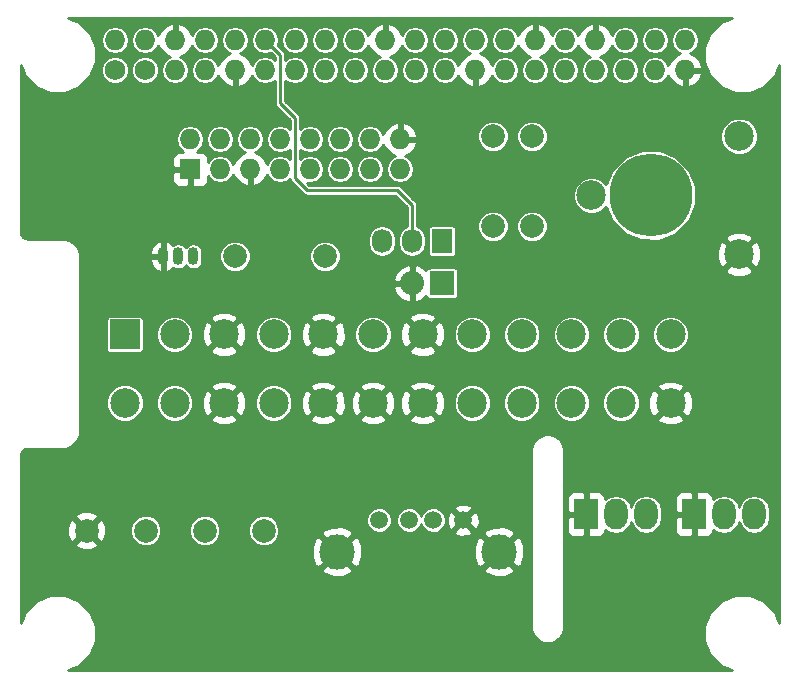
<source format=gbr>
G04 #@! TF.FileFunction,Copper,L2,Bot,Signal*
%FSLAX46Y46*%
G04 Gerber Fmt 4.6, Leading zero omitted, Abs format (unit mm)*
G04 Created by KiCad (PCBNEW 4.0.5) date 2017 April 15, Saturday 18:49:04*
%MOMM*%
%LPD*%
G01*
G04 APERTURE LIST*
%ADD10C,0.100000*%
%ADD11R,1.727200X2.032000*%
%ADD12O,1.727200X2.032000*%
%ADD13C,1.727200*%
%ADD14O,1.727200X1.727200*%
%ADD15R,1.727200X1.727200*%
%ADD16O,0.899160X1.501140*%
%ADD17C,1.998980*%
%ADD18C,2.499360*%
%ADD19C,7.000240*%
%ADD20R,2.032000X2.032000*%
%ADD21O,2.032000X2.032000*%
%ADD22C,2.000000*%
%ADD23C,2.500000*%
%ADD24R,2.500000X2.500000*%
%ADD25R,2.000000X2.600000*%
%ADD26O,2.000000X2.600000*%
%ADD27C,1.501140*%
%ADD28C,2.999740*%
%ADD29C,0.250000*%
%ADD30C,0.254000*%
G04 APERTURE END LIST*
D10*
D11*
X165100000Y-63500000D03*
D12*
X162560000Y-63500000D03*
X160020000Y-63500000D03*
D13*
X137414000Y-49022000D03*
D14*
X137414000Y-46482000D03*
D13*
X139954000Y-49022000D03*
D14*
X139954000Y-46482000D03*
X142494000Y-49022000D03*
X142494000Y-46482000D03*
X145034000Y-49022000D03*
X145034000Y-46482000D03*
X147574000Y-49022000D03*
X147574000Y-46482000D03*
X150114000Y-49022000D03*
X150114000Y-46482000D03*
X152654000Y-49022000D03*
X152654000Y-46482000D03*
X155194000Y-49022000D03*
X155194000Y-46482000D03*
X157734000Y-49022000D03*
X157734000Y-46482000D03*
X160274000Y-49022000D03*
X160274000Y-46482000D03*
X162814000Y-49022000D03*
X162814000Y-46482000D03*
X165354000Y-49022000D03*
X165354000Y-46482000D03*
X167894000Y-49022000D03*
X167894000Y-46482000D03*
X170434000Y-49022000D03*
X170434000Y-46482000D03*
X172974000Y-49022000D03*
X172974000Y-46482000D03*
X175514000Y-49022000D03*
X175514000Y-46482000D03*
X178054000Y-49022000D03*
X178054000Y-46482000D03*
X180594000Y-49022000D03*
X180594000Y-46482000D03*
X183134000Y-49022000D03*
X183134000Y-46482000D03*
X185674000Y-49022000D03*
X185674000Y-46482000D03*
D15*
X143764000Y-57404000D03*
D14*
X143764000Y-54864000D03*
X146304000Y-57404000D03*
X146304000Y-54864000D03*
X148844000Y-57404000D03*
X148844000Y-54864000D03*
X151384000Y-57404000D03*
X151384000Y-54864000D03*
X153924000Y-57404000D03*
X153924000Y-54864000D03*
X156464000Y-57404000D03*
X156464000Y-54864000D03*
X159004000Y-57404000D03*
X159004000Y-54864000D03*
X161544000Y-57404000D03*
X161544000Y-54864000D03*
D16*
X142748000Y-64770000D03*
X141478000Y-64770000D03*
X144018000Y-64770000D03*
D17*
X169418000Y-54610000D03*
X169418000Y-62230000D03*
X147574000Y-64770000D03*
X155194000Y-64770000D03*
X172720000Y-54610000D03*
X172720000Y-62230000D03*
D18*
X177744120Y-59611260D03*
X190246000Y-54610000D03*
X190246000Y-64612520D03*
D19*
X182745380Y-59611260D03*
D20*
X165100000Y-67056000D03*
D21*
X162560000Y-67056000D03*
D22*
X140000000Y-88000000D03*
X135000000Y-88000000D03*
X150000000Y-88000000D03*
X145000000Y-88000000D03*
D23*
X138244000Y-77186000D03*
X142444000Y-77186000D03*
X146644000Y-77186000D03*
X150844000Y-77186000D03*
X155044000Y-77186000D03*
X159244000Y-77186000D03*
X163444000Y-77186000D03*
X167644000Y-77186000D03*
X171844000Y-77186000D03*
X176044000Y-77186000D03*
X180244000Y-77186000D03*
X184444000Y-77186000D03*
D24*
X138244000Y-71386000D03*
D23*
X142444000Y-71386000D03*
X146644000Y-71386000D03*
X150844000Y-71386000D03*
X155044000Y-71386000D03*
X159244000Y-71386000D03*
X163444000Y-71386000D03*
X167644000Y-71386000D03*
X171844000Y-71386000D03*
X176044000Y-71386000D03*
X180244000Y-71386000D03*
X184444000Y-71386000D03*
D25*
X177292000Y-86614000D03*
D26*
X179832000Y-86614000D03*
X182372000Y-86614000D03*
D25*
X186436000Y-86614000D03*
D26*
X188976000Y-86614000D03*
X191516000Y-86614000D03*
D27*
X166878860Y-87119880D03*
X164338860Y-87119880D03*
X162306860Y-87119880D03*
X159766860Y-87119880D03*
D28*
X169926860Y-89786880D03*
X156210860Y-89786880D03*
D29*
X162560000Y-60452000D02*
X162560000Y-63500000D01*
X161290000Y-59182000D02*
X162560000Y-60452000D01*
X153670000Y-59182000D02*
X161290000Y-59182000D01*
X152654000Y-58166000D02*
X153670000Y-59182000D01*
X152654000Y-53086000D02*
X152654000Y-58166000D01*
X151384000Y-51816000D02*
X152654000Y-53086000D01*
X151384000Y-47752000D02*
X151384000Y-51816000D01*
X150114000Y-46482000D02*
X151384000Y-47752000D01*
D30*
G36*
X188706439Y-44950687D02*
X187797877Y-45857664D01*
X187305561Y-47043294D01*
X187304441Y-48327074D01*
X187794687Y-49513561D01*
X188701664Y-50422123D01*
X189887294Y-50914439D01*
X191171074Y-50915559D01*
X192357561Y-50425313D01*
X193266123Y-49518336D01*
X193655000Y-48581815D01*
X193655000Y-95795874D01*
X193269313Y-94862439D01*
X192362336Y-93953877D01*
X191176706Y-93461561D01*
X189892926Y-93460441D01*
X188706439Y-93950687D01*
X187797877Y-94857664D01*
X187305561Y-96043294D01*
X187304441Y-97327074D01*
X187794687Y-98513561D01*
X188701664Y-99422123D01*
X189638185Y-99811000D01*
X133424126Y-99811000D01*
X134357561Y-99425313D01*
X135266123Y-98518336D01*
X135758439Y-97332706D01*
X135759559Y-96048926D01*
X135269313Y-94862439D01*
X134362336Y-93953877D01*
X133176706Y-93461561D01*
X131892926Y-93460441D01*
X130706439Y-93950687D01*
X129797877Y-94857664D01*
X129409000Y-95794185D01*
X129409000Y-91300757D01*
X154876588Y-91300757D01*
X155036355Y-91619512D01*
X155827077Y-91929475D01*
X156676226Y-91913247D01*
X157385365Y-91619512D01*
X157545132Y-91300757D01*
X168592588Y-91300757D01*
X168752355Y-91619512D01*
X169543077Y-91929475D01*
X170392226Y-91913247D01*
X171101365Y-91619512D01*
X171261132Y-91300757D01*
X169926860Y-89966485D01*
X168592588Y-91300757D01*
X157545132Y-91300757D01*
X156210860Y-89966485D01*
X154876588Y-91300757D01*
X129409000Y-91300757D01*
X129409000Y-89152532D01*
X134027073Y-89152532D01*
X134125736Y-89419387D01*
X134735461Y-89645908D01*
X135385460Y-89621856D01*
X135874264Y-89419387D01*
X135880286Y-89403097D01*
X154068265Y-89403097D01*
X154084493Y-90252246D01*
X154378228Y-90961385D01*
X154696983Y-91121152D01*
X156031255Y-89786880D01*
X156390465Y-89786880D01*
X157724737Y-91121152D01*
X158043492Y-90961385D01*
X158353455Y-90170663D01*
X158338787Y-89403097D01*
X167784265Y-89403097D01*
X167800493Y-90252246D01*
X168094228Y-90961385D01*
X168412983Y-91121152D01*
X169747255Y-89786880D01*
X170106465Y-89786880D01*
X171440737Y-91121152D01*
X171759492Y-90961385D01*
X172069455Y-90170663D01*
X172053227Y-89321514D01*
X171759492Y-88612375D01*
X171440737Y-88452608D01*
X170106465Y-89786880D01*
X169747255Y-89786880D01*
X168412983Y-88452608D01*
X168094228Y-88612375D01*
X167784265Y-89403097D01*
X158338787Y-89403097D01*
X158337227Y-89321514D01*
X158043492Y-88612375D01*
X157724737Y-88452608D01*
X156390465Y-89786880D01*
X156031255Y-89786880D01*
X154696983Y-88452608D01*
X154378228Y-88612375D01*
X154068265Y-89403097D01*
X135880286Y-89403097D01*
X135972927Y-89152532D01*
X135000000Y-88179605D01*
X134027073Y-89152532D01*
X129409000Y-89152532D01*
X129409000Y-87735461D01*
X133354092Y-87735461D01*
X133378144Y-88385460D01*
X133580613Y-88874264D01*
X133847468Y-88972927D01*
X134820395Y-88000000D01*
X135179605Y-88000000D01*
X136152532Y-88972927D01*
X136419387Y-88874264D01*
X136645908Y-88264539D01*
X136645844Y-88262798D01*
X138672771Y-88262798D01*
X138874369Y-88750703D01*
X139247334Y-89124319D01*
X139734885Y-89326769D01*
X140262798Y-89327229D01*
X140750703Y-89125631D01*
X141124319Y-88752666D01*
X141326769Y-88265115D01*
X141326771Y-88262798D01*
X143672771Y-88262798D01*
X143874369Y-88750703D01*
X144247334Y-89124319D01*
X144734885Y-89326769D01*
X145262798Y-89327229D01*
X145750703Y-89125631D01*
X146124319Y-88752666D01*
X146326769Y-88265115D01*
X146326771Y-88262798D01*
X148672771Y-88262798D01*
X148874369Y-88750703D01*
X149247334Y-89124319D01*
X149734885Y-89326769D01*
X150262798Y-89327229D01*
X150750703Y-89125631D01*
X151124319Y-88752666D01*
X151323493Y-88273003D01*
X154876588Y-88273003D01*
X156210860Y-89607275D01*
X157545132Y-88273003D01*
X157385365Y-87954248D01*
X156594643Y-87644285D01*
X155745494Y-87660513D01*
X155036355Y-87954248D01*
X154876588Y-88273003D01*
X151323493Y-88273003D01*
X151326769Y-88265115D01*
X151327229Y-87737202D01*
X151160333Y-87333282D01*
X158689103Y-87333282D01*
X158852808Y-87729477D01*
X159155669Y-88032867D01*
X159551578Y-88197263D01*
X159980262Y-88197637D01*
X160376457Y-88033932D01*
X160679847Y-87731071D01*
X160844243Y-87335162D01*
X160844244Y-87333282D01*
X161229103Y-87333282D01*
X161392808Y-87729477D01*
X161695669Y-88032867D01*
X162091578Y-88197263D01*
X162520262Y-88197637D01*
X162916457Y-88033932D01*
X163219847Y-87731071D01*
X163322910Y-87482867D01*
X163424808Y-87729477D01*
X163727669Y-88032867D01*
X164123578Y-88197263D01*
X164552262Y-88197637D01*
X164808382Y-88091810D01*
X166086535Y-88091810D01*
X166154595Y-88332811D01*
X166673894Y-88517647D01*
X167224398Y-88489685D01*
X167603125Y-88332811D01*
X167620015Y-88273003D01*
X168592588Y-88273003D01*
X169926860Y-89607275D01*
X171261132Y-88273003D01*
X171101365Y-87954248D01*
X170310643Y-87644285D01*
X169461494Y-87660513D01*
X168752355Y-87954248D01*
X168592588Y-88273003D01*
X167620015Y-88273003D01*
X167671185Y-88091810D01*
X166878860Y-87299485D01*
X166086535Y-88091810D01*
X164808382Y-88091810D01*
X164948457Y-88033932D01*
X165251847Y-87731071D01*
X165416243Y-87335162D01*
X165416609Y-86914914D01*
X165481093Y-86914914D01*
X165509055Y-87465418D01*
X165665929Y-87844145D01*
X165906930Y-87912205D01*
X166699255Y-87119880D01*
X167058465Y-87119880D01*
X167850790Y-87912205D01*
X168091791Y-87844145D01*
X168276627Y-87324846D01*
X168248665Y-86774342D01*
X168091791Y-86395615D01*
X167850790Y-86327555D01*
X167058465Y-87119880D01*
X166699255Y-87119880D01*
X165906930Y-86327555D01*
X165665929Y-86395615D01*
X165481093Y-86914914D01*
X165416609Y-86914914D01*
X165416617Y-86906478D01*
X165252912Y-86510283D01*
X164950051Y-86206893D01*
X164808101Y-86147950D01*
X166086535Y-86147950D01*
X166878860Y-86940275D01*
X167671185Y-86147950D01*
X167603125Y-85906949D01*
X167083826Y-85722113D01*
X166533322Y-85750075D01*
X166154595Y-85906949D01*
X166086535Y-86147950D01*
X164808101Y-86147950D01*
X164554142Y-86042497D01*
X164125458Y-86042123D01*
X163729263Y-86205828D01*
X163425873Y-86508689D01*
X163322810Y-86756893D01*
X163220912Y-86510283D01*
X162918051Y-86206893D01*
X162522142Y-86042497D01*
X162093458Y-86042123D01*
X161697263Y-86205828D01*
X161393873Y-86508689D01*
X161229477Y-86904598D01*
X161229103Y-87333282D01*
X160844244Y-87333282D01*
X160844617Y-86906478D01*
X160680912Y-86510283D01*
X160378051Y-86206893D01*
X159982142Y-86042497D01*
X159553458Y-86042123D01*
X159157263Y-86205828D01*
X158853873Y-86508689D01*
X158689477Y-86904598D01*
X158689103Y-87333282D01*
X151160333Y-87333282D01*
X151125631Y-87249297D01*
X150752666Y-86875681D01*
X150265115Y-86673231D01*
X149737202Y-86672771D01*
X149249297Y-86874369D01*
X148875681Y-87247334D01*
X148673231Y-87734885D01*
X148672771Y-88262798D01*
X146326771Y-88262798D01*
X146327229Y-87737202D01*
X146125631Y-87249297D01*
X145752666Y-86875681D01*
X145265115Y-86673231D01*
X144737202Y-86672771D01*
X144249297Y-86874369D01*
X143875681Y-87247334D01*
X143673231Y-87734885D01*
X143672771Y-88262798D01*
X141326771Y-88262798D01*
X141327229Y-87737202D01*
X141125631Y-87249297D01*
X140752666Y-86875681D01*
X140265115Y-86673231D01*
X139737202Y-86672771D01*
X139249297Y-86874369D01*
X138875681Y-87247334D01*
X138673231Y-87734885D01*
X138672771Y-88262798D01*
X136645844Y-88262798D01*
X136621856Y-87614540D01*
X136419387Y-87125736D01*
X136152532Y-87027073D01*
X135179605Y-88000000D01*
X134820395Y-88000000D01*
X133847468Y-87027073D01*
X133580613Y-87125736D01*
X133354092Y-87735461D01*
X129409000Y-87735461D01*
X129409000Y-86847468D01*
X134027073Y-86847468D01*
X135000000Y-87820395D01*
X135972927Y-86847468D01*
X135874264Y-86580613D01*
X135264539Y-86354092D01*
X134614540Y-86378144D01*
X134125736Y-86580613D01*
X134027073Y-86847468D01*
X129409000Y-86847468D01*
X129409000Y-81725131D01*
X129463246Y-81452415D01*
X129596695Y-81252695D01*
X129693517Y-81188000D01*
X172655000Y-81188000D01*
X172655000Y-96188000D01*
X172662244Y-96224419D01*
X172662244Y-96261549D01*
X172738363Y-96644227D01*
X172738363Y-96644232D01*
X172755522Y-96685657D01*
X172794655Y-96780133D01*
X172794658Y-96780136D01*
X173011429Y-97104557D01*
X173115443Y-97208571D01*
X173439864Y-97425342D01*
X173439867Y-97425345D01*
X173575768Y-97481636D01*
X173958449Y-97557756D01*
X174105551Y-97557756D01*
X174488227Y-97481637D01*
X174488232Y-97481637D01*
X174556182Y-97453491D01*
X174624133Y-97425345D01*
X174624136Y-97425342D01*
X174948557Y-97208571D01*
X175052571Y-97104557D01*
X175269342Y-96780136D01*
X175269345Y-96780133D01*
X175325636Y-96644232D01*
X175401756Y-96261549D01*
X175401756Y-96224419D01*
X175409000Y-96188000D01*
X175409000Y-86899750D01*
X175657000Y-86899750D01*
X175657000Y-88040310D01*
X175753673Y-88273699D01*
X175932302Y-88452327D01*
X176165691Y-88549000D01*
X177006250Y-88549000D01*
X177165000Y-88390250D01*
X177165000Y-86741000D01*
X175815750Y-86741000D01*
X175657000Y-86899750D01*
X175409000Y-86899750D01*
X175409000Y-85187690D01*
X175657000Y-85187690D01*
X175657000Y-86328250D01*
X175815750Y-86487000D01*
X177165000Y-86487000D01*
X177165000Y-84837750D01*
X177419000Y-84837750D01*
X177419000Y-86487000D01*
X177439000Y-86487000D01*
X177439000Y-86741000D01*
X177419000Y-86741000D01*
X177419000Y-88390250D01*
X177577750Y-88549000D01*
X178418309Y-88549000D01*
X178651698Y-88452327D01*
X178830327Y-88273699D01*
X178927000Y-88040310D01*
X178927000Y-87906477D01*
X179324179Y-88171863D01*
X179832000Y-88272875D01*
X180339821Y-88171863D01*
X180770331Y-87884206D01*
X181057988Y-87453696D01*
X181102000Y-87232433D01*
X181146012Y-87453696D01*
X181433669Y-87884206D01*
X181864179Y-88171863D01*
X182372000Y-88272875D01*
X182879821Y-88171863D01*
X183310331Y-87884206D01*
X183597988Y-87453696D01*
X183699000Y-86945875D01*
X183699000Y-86899750D01*
X184801000Y-86899750D01*
X184801000Y-88040310D01*
X184897673Y-88273699D01*
X185076302Y-88452327D01*
X185309691Y-88549000D01*
X186150250Y-88549000D01*
X186309000Y-88390250D01*
X186309000Y-86741000D01*
X184959750Y-86741000D01*
X184801000Y-86899750D01*
X183699000Y-86899750D01*
X183699000Y-86282125D01*
X183597988Y-85774304D01*
X183310331Y-85343794D01*
X183076705Y-85187690D01*
X184801000Y-85187690D01*
X184801000Y-86328250D01*
X184959750Y-86487000D01*
X186309000Y-86487000D01*
X186309000Y-84837750D01*
X186563000Y-84837750D01*
X186563000Y-86487000D01*
X186583000Y-86487000D01*
X186583000Y-86741000D01*
X186563000Y-86741000D01*
X186563000Y-88390250D01*
X186721750Y-88549000D01*
X187562309Y-88549000D01*
X187795698Y-88452327D01*
X187974327Y-88273699D01*
X188071000Y-88040310D01*
X188071000Y-87906477D01*
X188468179Y-88171863D01*
X188976000Y-88272875D01*
X189483821Y-88171863D01*
X189914331Y-87884206D01*
X190201988Y-87453696D01*
X190246000Y-87232433D01*
X190290012Y-87453696D01*
X190577669Y-87884206D01*
X191008179Y-88171863D01*
X191516000Y-88272875D01*
X192023821Y-88171863D01*
X192454331Y-87884206D01*
X192741988Y-87453696D01*
X192843000Y-86945875D01*
X192843000Y-86282125D01*
X192741988Y-85774304D01*
X192454331Y-85343794D01*
X192023821Y-85056137D01*
X191516000Y-84955125D01*
X191008179Y-85056137D01*
X190577669Y-85343794D01*
X190290012Y-85774304D01*
X190246000Y-85995567D01*
X190201988Y-85774304D01*
X189914331Y-85343794D01*
X189483821Y-85056137D01*
X188976000Y-84955125D01*
X188468179Y-85056137D01*
X188071000Y-85321523D01*
X188071000Y-85187690D01*
X187974327Y-84954301D01*
X187795698Y-84775673D01*
X187562309Y-84679000D01*
X186721750Y-84679000D01*
X186563000Y-84837750D01*
X186309000Y-84837750D01*
X186150250Y-84679000D01*
X185309691Y-84679000D01*
X185076302Y-84775673D01*
X184897673Y-84954301D01*
X184801000Y-85187690D01*
X183076705Y-85187690D01*
X182879821Y-85056137D01*
X182372000Y-84955125D01*
X181864179Y-85056137D01*
X181433669Y-85343794D01*
X181146012Y-85774304D01*
X181102000Y-85995567D01*
X181057988Y-85774304D01*
X180770331Y-85343794D01*
X180339821Y-85056137D01*
X179832000Y-84955125D01*
X179324179Y-85056137D01*
X178927000Y-85321523D01*
X178927000Y-85187690D01*
X178830327Y-84954301D01*
X178651698Y-84775673D01*
X178418309Y-84679000D01*
X177577750Y-84679000D01*
X177419000Y-84837750D01*
X177165000Y-84837750D01*
X177006250Y-84679000D01*
X176165691Y-84679000D01*
X175932302Y-84775673D01*
X175753673Y-84954301D01*
X175657000Y-85187690D01*
X175409000Y-85187690D01*
X175409000Y-81188000D01*
X175401756Y-81151581D01*
X175401756Y-81114451D01*
X175325636Y-80731768D01*
X175269345Y-80595867D01*
X175269342Y-80595864D01*
X175052571Y-80271443D01*
X174948557Y-80167429D01*
X174624136Y-79950658D01*
X174624133Y-79950655D01*
X174556183Y-79922510D01*
X174488232Y-79894363D01*
X174488227Y-79894363D01*
X174105551Y-79818244D01*
X173958449Y-79818244D01*
X173575768Y-79894364D01*
X173439867Y-79950655D01*
X173439864Y-79950658D01*
X173115443Y-80167429D01*
X173011429Y-80271443D01*
X172794658Y-80595864D01*
X172794655Y-80595867D01*
X172766510Y-80663817D01*
X172738363Y-80731768D01*
X172738363Y-80731773D01*
X172662244Y-81114451D01*
X172662244Y-81151581D01*
X172655000Y-81188000D01*
X129693517Y-81188000D01*
X129796415Y-81119246D01*
X130069131Y-81065000D01*
X133032000Y-81065000D01*
X133068419Y-81057756D01*
X133105549Y-81057756D01*
X133488227Y-80981637D01*
X133488232Y-80981637D01*
X133556183Y-80953490D01*
X133624133Y-80925345D01*
X133624136Y-80925342D01*
X133948557Y-80708571D01*
X134052571Y-80604557D01*
X134269342Y-80280136D01*
X134269345Y-80280133D01*
X134325636Y-80144232D01*
X134401756Y-79761549D01*
X134401756Y-79724419D01*
X134409000Y-79688000D01*
X134409000Y-77498308D01*
X136666727Y-77498308D01*
X136906305Y-78078132D01*
X137349535Y-78522136D01*
X137928939Y-78762725D01*
X138556308Y-78763273D01*
X139136132Y-78523695D01*
X139580136Y-78080465D01*
X139820725Y-77501061D01*
X139820727Y-77498308D01*
X140866727Y-77498308D01*
X141106305Y-78078132D01*
X141549535Y-78522136D01*
X142128939Y-78762725D01*
X142756308Y-78763273D01*
X143336132Y-78523695D01*
X143340514Y-78519320D01*
X145490285Y-78519320D01*
X145619533Y-78812123D01*
X146319806Y-79080388D01*
X147069435Y-79060250D01*
X147668467Y-78812123D01*
X147797715Y-78519320D01*
X146644000Y-77365605D01*
X145490285Y-78519320D01*
X143340514Y-78519320D01*
X143780136Y-78080465D01*
X144020725Y-77501061D01*
X144021273Y-76873692D01*
X144016362Y-76861806D01*
X144749612Y-76861806D01*
X144769750Y-77611435D01*
X145017877Y-78210467D01*
X145310680Y-78339715D01*
X146464395Y-77186000D01*
X146823605Y-77186000D01*
X147977320Y-78339715D01*
X148270123Y-78210467D01*
X148538388Y-77510194D01*
X148538069Y-77498308D01*
X149266727Y-77498308D01*
X149506305Y-78078132D01*
X149949535Y-78522136D01*
X150528939Y-78762725D01*
X151156308Y-78763273D01*
X151736132Y-78523695D01*
X151740514Y-78519320D01*
X153890285Y-78519320D01*
X154019533Y-78812123D01*
X154719806Y-79080388D01*
X155469435Y-79060250D01*
X156068467Y-78812123D01*
X156197715Y-78519320D01*
X158090285Y-78519320D01*
X158219533Y-78812123D01*
X158919806Y-79080388D01*
X159669435Y-79060250D01*
X160268467Y-78812123D01*
X160397715Y-78519320D01*
X162290285Y-78519320D01*
X162419533Y-78812123D01*
X163119806Y-79080388D01*
X163869435Y-79060250D01*
X164468467Y-78812123D01*
X164597715Y-78519320D01*
X163444000Y-77365605D01*
X162290285Y-78519320D01*
X160397715Y-78519320D01*
X159244000Y-77365605D01*
X158090285Y-78519320D01*
X156197715Y-78519320D01*
X155044000Y-77365605D01*
X153890285Y-78519320D01*
X151740514Y-78519320D01*
X152180136Y-78080465D01*
X152420725Y-77501061D01*
X152421273Y-76873692D01*
X152416362Y-76861806D01*
X153149612Y-76861806D01*
X153169750Y-77611435D01*
X153417877Y-78210467D01*
X153710680Y-78339715D01*
X154864395Y-77186000D01*
X155223605Y-77186000D01*
X156377320Y-78339715D01*
X156670123Y-78210467D01*
X156938388Y-77510194D01*
X156920970Y-76861806D01*
X157349612Y-76861806D01*
X157369750Y-77611435D01*
X157617877Y-78210467D01*
X157910680Y-78339715D01*
X159064395Y-77186000D01*
X159423605Y-77186000D01*
X160577320Y-78339715D01*
X160870123Y-78210467D01*
X161138388Y-77510194D01*
X161120970Y-76861806D01*
X161549612Y-76861806D01*
X161569750Y-77611435D01*
X161817877Y-78210467D01*
X162110680Y-78339715D01*
X163264395Y-77186000D01*
X163623605Y-77186000D01*
X164777320Y-78339715D01*
X165070123Y-78210467D01*
X165338388Y-77510194D01*
X165338069Y-77498308D01*
X166066727Y-77498308D01*
X166306305Y-78078132D01*
X166749535Y-78522136D01*
X167328939Y-78762725D01*
X167956308Y-78763273D01*
X168536132Y-78523695D01*
X168980136Y-78080465D01*
X169220725Y-77501061D01*
X169220727Y-77498308D01*
X170266727Y-77498308D01*
X170506305Y-78078132D01*
X170949535Y-78522136D01*
X171528939Y-78762725D01*
X172156308Y-78763273D01*
X172736132Y-78523695D01*
X173180136Y-78080465D01*
X173420725Y-77501061D01*
X173420727Y-77498308D01*
X174466727Y-77498308D01*
X174706305Y-78078132D01*
X175149535Y-78522136D01*
X175728939Y-78762725D01*
X176356308Y-78763273D01*
X176936132Y-78523695D01*
X177380136Y-78080465D01*
X177620725Y-77501061D01*
X177620727Y-77498308D01*
X178666727Y-77498308D01*
X178906305Y-78078132D01*
X179349535Y-78522136D01*
X179928939Y-78762725D01*
X180556308Y-78763273D01*
X181136132Y-78523695D01*
X181140514Y-78519320D01*
X183290285Y-78519320D01*
X183419533Y-78812123D01*
X184119806Y-79080388D01*
X184869435Y-79060250D01*
X185468467Y-78812123D01*
X185597715Y-78519320D01*
X184444000Y-77365605D01*
X183290285Y-78519320D01*
X181140514Y-78519320D01*
X181580136Y-78080465D01*
X181820725Y-77501061D01*
X181821273Y-76873692D01*
X181816362Y-76861806D01*
X182549612Y-76861806D01*
X182569750Y-77611435D01*
X182817877Y-78210467D01*
X183110680Y-78339715D01*
X184264395Y-77186000D01*
X184623605Y-77186000D01*
X185777320Y-78339715D01*
X186070123Y-78210467D01*
X186338388Y-77510194D01*
X186318250Y-76760565D01*
X186070123Y-76161533D01*
X185777320Y-76032285D01*
X184623605Y-77186000D01*
X184264395Y-77186000D01*
X183110680Y-76032285D01*
X182817877Y-76161533D01*
X182549612Y-76861806D01*
X181816362Y-76861806D01*
X181581695Y-76293868D01*
X181141277Y-75852680D01*
X183290285Y-75852680D01*
X184444000Y-77006395D01*
X185597715Y-75852680D01*
X185468467Y-75559877D01*
X184768194Y-75291612D01*
X184018565Y-75311750D01*
X183419533Y-75559877D01*
X183290285Y-75852680D01*
X181141277Y-75852680D01*
X181138465Y-75849864D01*
X180559061Y-75609275D01*
X179931692Y-75608727D01*
X179351868Y-75848305D01*
X178907864Y-76291535D01*
X178667275Y-76870939D01*
X178666727Y-77498308D01*
X177620727Y-77498308D01*
X177621273Y-76873692D01*
X177381695Y-76293868D01*
X176938465Y-75849864D01*
X176359061Y-75609275D01*
X175731692Y-75608727D01*
X175151868Y-75848305D01*
X174707864Y-76291535D01*
X174467275Y-76870939D01*
X174466727Y-77498308D01*
X173420727Y-77498308D01*
X173421273Y-76873692D01*
X173181695Y-76293868D01*
X172738465Y-75849864D01*
X172159061Y-75609275D01*
X171531692Y-75608727D01*
X170951868Y-75848305D01*
X170507864Y-76291535D01*
X170267275Y-76870939D01*
X170266727Y-77498308D01*
X169220727Y-77498308D01*
X169221273Y-76873692D01*
X168981695Y-76293868D01*
X168538465Y-75849864D01*
X167959061Y-75609275D01*
X167331692Y-75608727D01*
X166751868Y-75848305D01*
X166307864Y-76291535D01*
X166067275Y-76870939D01*
X166066727Y-77498308D01*
X165338069Y-77498308D01*
X165318250Y-76760565D01*
X165070123Y-76161533D01*
X164777320Y-76032285D01*
X163623605Y-77186000D01*
X163264395Y-77186000D01*
X162110680Y-76032285D01*
X161817877Y-76161533D01*
X161549612Y-76861806D01*
X161120970Y-76861806D01*
X161118250Y-76760565D01*
X160870123Y-76161533D01*
X160577320Y-76032285D01*
X159423605Y-77186000D01*
X159064395Y-77186000D01*
X157910680Y-76032285D01*
X157617877Y-76161533D01*
X157349612Y-76861806D01*
X156920970Y-76861806D01*
X156918250Y-76760565D01*
X156670123Y-76161533D01*
X156377320Y-76032285D01*
X155223605Y-77186000D01*
X154864395Y-77186000D01*
X153710680Y-76032285D01*
X153417877Y-76161533D01*
X153149612Y-76861806D01*
X152416362Y-76861806D01*
X152181695Y-76293868D01*
X151741277Y-75852680D01*
X153890285Y-75852680D01*
X155044000Y-77006395D01*
X156197715Y-75852680D01*
X158090285Y-75852680D01*
X159244000Y-77006395D01*
X160397715Y-75852680D01*
X162290285Y-75852680D01*
X163444000Y-77006395D01*
X164597715Y-75852680D01*
X164468467Y-75559877D01*
X163768194Y-75291612D01*
X163018565Y-75311750D01*
X162419533Y-75559877D01*
X162290285Y-75852680D01*
X160397715Y-75852680D01*
X160268467Y-75559877D01*
X159568194Y-75291612D01*
X158818565Y-75311750D01*
X158219533Y-75559877D01*
X158090285Y-75852680D01*
X156197715Y-75852680D01*
X156068467Y-75559877D01*
X155368194Y-75291612D01*
X154618565Y-75311750D01*
X154019533Y-75559877D01*
X153890285Y-75852680D01*
X151741277Y-75852680D01*
X151738465Y-75849864D01*
X151159061Y-75609275D01*
X150531692Y-75608727D01*
X149951868Y-75848305D01*
X149507864Y-76291535D01*
X149267275Y-76870939D01*
X149266727Y-77498308D01*
X148538069Y-77498308D01*
X148518250Y-76760565D01*
X148270123Y-76161533D01*
X147977320Y-76032285D01*
X146823605Y-77186000D01*
X146464395Y-77186000D01*
X145310680Y-76032285D01*
X145017877Y-76161533D01*
X144749612Y-76861806D01*
X144016362Y-76861806D01*
X143781695Y-76293868D01*
X143341277Y-75852680D01*
X145490285Y-75852680D01*
X146644000Y-77006395D01*
X147797715Y-75852680D01*
X147668467Y-75559877D01*
X146968194Y-75291612D01*
X146218565Y-75311750D01*
X145619533Y-75559877D01*
X145490285Y-75852680D01*
X143341277Y-75852680D01*
X143338465Y-75849864D01*
X142759061Y-75609275D01*
X142131692Y-75608727D01*
X141551868Y-75848305D01*
X141107864Y-76291535D01*
X140867275Y-76870939D01*
X140866727Y-77498308D01*
X139820727Y-77498308D01*
X139821273Y-76873692D01*
X139581695Y-76293868D01*
X139138465Y-75849864D01*
X138559061Y-75609275D01*
X137931692Y-75608727D01*
X137351868Y-75848305D01*
X136907864Y-76291535D01*
X136667275Y-76870939D01*
X136666727Y-77498308D01*
X134409000Y-77498308D01*
X134409000Y-70136000D01*
X136660594Y-70136000D01*
X136660594Y-72636000D01*
X136683395Y-72757179D01*
X136755012Y-72868474D01*
X136864286Y-72943138D01*
X136994000Y-72969406D01*
X139494000Y-72969406D01*
X139615179Y-72946605D01*
X139726474Y-72874988D01*
X139801138Y-72765714D01*
X139827406Y-72636000D01*
X139827406Y-71698308D01*
X140866727Y-71698308D01*
X141106305Y-72278132D01*
X141549535Y-72722136D01*
X142128939Y-72962725D01*
X142756308Y-72963273D01*
X143336132Y-72723695D01*
X143340514Y-72719320D01*
X145490285Y-72719320D01*
X145619533Y-73012123D01*
X146319806Y-73280388D01*
X147069435Y-73260250D01*
X147668467Y-73012123D01*
X147797715Y-72719320D01*
X146644000Y-71565605D01*
X145490285Y-72719320D01*
X143340514Y-72719320D01*
X143780136Y-72280465D01*
X144020725Y-71701061D01*
X144021273Y-71073692D01*
X144016362Y-71061806D01*
X144749612Y-71061806D01*
X144769750Y-71811435D01*
X145017877Y-72410467D01*
X145310680Y-72539715D01*
X146464395Y-71386000D01*
X146823605Y-71386000D01*
X147977320Y-72539715D01*
X148270123Y-72410467D01*
X148538388Y-71710194D01*
X148538069Y-71698308D01*
X149266727Y-71698308D01*
X149506305Y-72278132D01*
X149949535Y-72722136D01*
X150528939Y-72962725D01*
X151156308Y-72963273D01*
X151736132Y-72723695D01*
X151740514Y-72719320D01*
X153890285Y-72719320D01*
X154019533Y-73012123D01*
X154719806Y-73280388D01*
X155469435Y-73260250D01*
X156068467Y-73012123D01*
X156197715Y-72719320D01*
X155044000Y-71565605D01*
X153890285Y-72719320D01*
X151740514Y-72719320D01*
X152180136Y-72280465D01*
X152420725Y-71701061D01*
X152421273Y-71073692D01*
X152416362Y-71061806D01*
X153149612Y-71061806D01*
X153169750Y-71811435D01*
X153417877Y-72410467D01*
X153710680Y-72539715D01*
X154864395Y-71386000D01*
X155223605Y-71386000D01*
X156377320Y-72539715D01*
X156670123Y-72410467D01*
X156938388Y-71710194D01*
X156938069Y-71698308D01*
X157666727Y-71698308D01*
X157906305Y-72278132D01*
X158349535Y-72722136D01*
X158928939Y-72962725D01*
X159556308Y-72963273D01*
X160136132Y-72723695D01*
X160140514Y-72719320D01*
X162290285Y-72719320D01*
X162419533Y-73012123D01*
X163119806Y-73280388D01*
X163869435Y-73260250D01*
X164468467Y-73012123D01*
X164597715Y-72719320D01*
X163444000Y-71565605D01*
X162290285Y-72719320D01*
X160140514Y-72719320D01*
X160580136Y-72280465D01*
X160820725Y-71701061D01*
X160821273Y-71073692D01*
X160816362Y-71061806D01*
X161549612Y-71061806D01*
X161569750Y-71811435D01*
X161817877Y-72410467D01*
X162110680Y-72539715D01*
X163264395Y-71386000D01*
X163623605Y-71386000D01*
X164777320Y-72539715D01*
X165070123Y-72410467D01*
X165338388Y-71710194D01*
X165338069Y-71698308D01*
X166066727Y-71698308D01*
X166306305Y-72278132D01*
X166749535Y-72722136D01*
X167328939Y-72962725D01*
X167956308Y-72963273D01*
X168536132Y-72723695D01*
X168980136Y-72280465D01*
X169220725Y-71701061D01*
X169220727Y-71698308D01*
X170266727Y-71698308D01*
X170506305Y-72278132D01*
X170949535Y-72722136D01*
X171528939Y-72962725D01*
X172156308Y-72963273D01*
X172736132Y-72723695D01*
X173180136Y-72280465D01*
X173420725Y-71701061D01*
X173420727Y-71698308D01*
X174466727Y-71698308D01*
X174706305Y-72278132D01*
X175149535Y-72722136D01*
X175728939Y-72962725D01*
X176356308Y-72963273D01*
X176936132Y-72723695D01*
X177380136Y-72280465D01*
X177620725Y-71701061D01*
X177620727Y-71698308D01*
X178666727Y-71698308D01*
X178906305Y-72278132D01*
X179349535Y-72722136D01*
X179928939Y-72962725D01*
X180556308Y-72963273D01*
X181136132Y-72723695D01*
X181580136Y-72280465D01*
X181820725Y-71701061D01*
X181820727Y-71698308D01*
X182866727Y-71698308D01*
X183106305Y-72278132D01*
X183549535Y-72722136D01*
X184128939Y-72962725D01*
X184756308Y-72963273D01*
X185336132Y-72723695D01*
X185780136Y-72280465D01*
X186020725Y-71701061D01*
X186021273Y-71073692D01*
X185781695Y-70493868D01*
X185338465Y-70049864D01*
X184759061Y-69809275D01*
X184131692Y-69808727D01*
X183551868Y-70048305D01*
X183107864Y-70491535D01*
X182867275Y-71070939D01*
X182866727Y-71698308D01*
X181820727Y-71698308D01*
X181821273Y-71073692D01*
X181581695Y-70493868D01*
X181138465Y-70049864D01*
X180559061Y-69809275D01*
X179931692Y-69808727D01*
X179351868Y-70048305D01*
X178907864Y-70491535D01*
X178667275Y-71070939D01*
X178666727Y-71698308D01*
X177620727Y-71698308D01*
X177621273Y-71073692D01*
X177381695Y-70493868D01*
X176938465Y-70049864D01*
X176359061Y-69809275D01*
X175731692Y-69808727D01*
X175151868Y-70048305D01*
X174707864Y-70491535D01*
X174467275Y-71070939D01*
X174466727Y-71698308D01*
X173420727Y-71698308D01*
X173421273Y-71073692D01*
X173181695Y-70493868D01*
X172738465Y-70049864D01*
X172159061Y-69809275D01*
X171531692Y-69808727D01*
X170951868Y-70048305D01*
X170507864Y-70491535D01*
X170267275Y-71070939D01*
X170266727Y-71698308D01*
X169220727Y-71698308D01*
X169221273Y-71073692D01*
X168981695Y-70493868D01*
X168538465Y-70049864D01*
X167959061Y-69809275D01*
X167331692Y-69808727D01*
X166751868Y-70048305D01*
X166307864Y-70491535D01*
X166067275Y-71070939D01*
X166066727Y-71698308D01*
X165338069Y-71698308D01*
X165318250Y-70960565D01*
X165070123Y-70361533D01*
X164777320Y-70232285D01*
X163623605Y-71386000D01*
X163264395Y-71386000D01*
X162110680Y-70232285D01*
X161817877Y-70361533D01*
X161549612Y-71061806D01*
X160816362Y-71061806D01*
X160581695Y-70493868D01*
X160141277Y-70052680D01*
X162290285Y-70052680D01*
X163444000Y-71206395D01*
X164597715Y-70052680D01*
X164468467Y-69759877D01*
X163768194Y-69491612D01*
X163018565Y-69511750D01*
X162419533Y-69759877D01*
X162290285Y-70052680D01*
X160141277Y-70052680D01*
X160138465Y-70049864D01*
X159559061Y-69809275D01*
X158931692Y-69808727D01*
X158351868Y-70048305D01*
X157907864Y-70491535D01*
X157667275Y-71070939D01*
X157666727Y-71698308D01*
X156938069Y-71698308D01*
X156918250Y-70960565D01*
X156670123Y-70361533D01*
X156377320Y-70232285D01*
X155223605Y-71386000D01*
X154864395Y-71386000D01*
X153710680Y-70232285D01*
X153417877Y-70361533D01*
X153149612Y-71061806D01*
X152416362Y-71061806D01*
X152181695Y-70493868D01*
X151741277Y-70052680D01*
X153890285Y-70052680D01*
X155044000Y-71206395D01*
X156197715Y-70052680D01*
X156068467Y-69759877D01*
X155368194Y-69491612D01*
X154618565Y-69511750D01*
X154019533Y-69759877D01*
X153890285Y-70052680D01*
X151741277Y-70052680D01*
X151738465Y-70049864D01*
X151159061Y-69809275D01*
X150531692Y-69808727D01*
X149951868Y-70048305D01*
X149507864Y-70491535D01*
X149267275Y-71070939D01*
X149266727Y-71698308D01*
X148538069Y-71698308D01*
X148518250Y-70960565D01*
X148270123Y-70361533D01*
X147977320Y-70232285D01*
X146823605Y-71386000D01*
X146464395Y-71386000D01*
X145310680Y-70232285D01*
X145017877Y-70361533D01*
X144749612Y-71061806D01*
X144016362Y-71061806D01*
X143781695Y-70493868D01*
X143341277Y-70052680D01*
X145490285Y-70052680D01*
X146644000Y-71206395D01*
X147797715Y-70052680D01*
X147668467Y-69759877D01*
X146968194Y-69491612D01*
X146218565Y-69511750D01*
X145619533Y-69759877D01*
X145490285Y-70052680D01*
X143341277Y-70052680D01*
X143338465Y-70049864D01*
X142759061Y-69809275D01*
X142131692Y-69808727D01*
X141551868Y-70048305D01*
X141107864Y-70491535D01*
X140867275Y-71070939D01*
X140866727Y-71698308D01*
X139827406Y-71698308D01*
X139827406Y-70136000D01*
X139804605Y-70014821D01*
X139732988Y-69903526D01*
X139623714Y-69828862D01*
X139494000Y-69802594D01*
X136994000Y-69802594D01*
X136872821Y-69825395D01*
X136761526Y-69897012D01*
X136686862Y-70006286D01*
X136660594Y-70136000D01*
X134409000Y-70136000D01*
X134409000Y-67438946D01*
X160954017Y-67438946D01*
X161222812Y-68024379D01*
X161695182Y-68462385D01*
X162177056Y-68661975D01*
X162433000Y-68542836D01*
X162433000Y-67183000D01*
X161072633Y-67183000D01*
X160954017Y-67438946D01*
X134409000Y-67438946D01*
X134409000Y-66673054D01*
X160954017Y-66673054D01*
X161072633Y-66929000D01*
X162433000Y-66929000D01*
X162433000Y-65569164D01*
X162687000Y-65569164D01*
X162687000Y-66929000D01*
X162707000Y-66929000D01*
X162707000Y-67183000D01*
X162687000Y-67183000D01*
X162687000Y-68542836D01*
X162942944Y-68661975D01*
X163424818Y-68462385D01*
X163764742Y-68147190D01*
X163773395Y-68193179D01*
X163845012Y-68304474D01*
X163954286Y-68379138D01*
X164084000Y-68405406D01*
X166116000Y-68405406D01*
X166237179Y-68382605D01*
X166348474Y-68310988D01*
X166423138Y-68201714D01*
X166449406Y-68072000D01*
X166449406Y-66040000D01*
X166431646Y-65945609D01*
X189092517Y-65945609D01*
X189221725Y-66238379D01*
X189921883Y-66506591D01*
X190671384Y-66486448D01*
X191270275Y-66238379D01*
X191399483Y-65945609D01*
X190246000Y-64792125D01*
X189092517Y-65945609D01*
X166431646Y-65945609D01*
X166426605Y-65918821D01*
X166354988Y-65807526D01*
X166245714Y-65732862D01*
X166116000Y-65706594D01*
X164084000Y-65706594D01*
X163962821Y-65729395D01*
X163851526Y-65801012D01*
X163776862Y-65910286D01*
X163765650Y-65965652D01*
X163424818Y-65649615D01*
X162942944Y-65450025D01*
X162687000Y-65569164D01*
X162433000Y-65569164D01*
X162177056Y-65450025D01*
X161695182Y-65649615D01*
X161222812Y-66087621D01*
X160954017Y-66673054D01*
X134409000Y-66673054D01*
X134409000Y-64897000D01*
X140393420Y-64897000D01*
X140393420Y-65197990D01*
X140524580Y-65603373D01*
X140800889Y-65927706D01*
X141184065Y-66114981D01*
X141351000Y-65988068D01*
X141351000Y-64897000D01*
X140393420Y-64897000D01*
X134409000Y-64897000D01*
X134409000Y-64688000D01*
X134401756Y-64651581D01*
X134401756Y-64614451D01*
X134347565Y-64342010D01*
X140393420Y-64342010D01*
X140393420Y-64643000D01*
X141351000Y-64643000D01*
X141351000Y-63551932D01*
X141605000Y-63551932D01*
X141605000Y-64643000D01*
X141625000Y-64643000D01*
X141625000Y-64897000D01*
X141605000Y-64897000D01*
X141605000Y-65988068D01*
X141771935Y-66114981D01*
X142155111Y-65927706D01*
X142326514Y-65726512D01*
X142450816Y-65809567D01*
X142748000Y-65868681D01*
X143045184Y-65809567D01*
X143297125Y-65641226D01*
X143383000Y-65512705D01*
X143468875Y-65641226D01*
X143720816Y-65809567D01*
X144018000Y-65868681D01*
X144315184Y-65809567D01*
X144567125Y-65641226D01*
X144735466Y-65389285D01*
X144794580Y-65092101D01*
X144794580Y-65032697D01*
X146247281Y-65032697D01*
X146448801Y-65520414D01*
X146821623Y-65893887D01*
X147308987Y-66096259D01*
X147836697Y-66096719D01*
X148324414Y-65895199D01*
X148697887Y-65522377D01*
X148900259Y-65035013D01*
X148900261Y-65032697D01*
X153867281Y-65032697D01*
X154068801Y-65520414D01*
X154441623Y-65893887D01*
X154928987Y-66096259D01*
X155456697Y-66096719D01*
X155944414Y-65895199D01*
X156317887Y-65522377D01*
X156520259Y-65035013D01*
X156520719Y-64507303D01*
X156319199Y-64019586D01*
X155946377Y-63646113D01*
X155459013Y-63443741D01*
X154931303Y-63443281D01*
X154443586Y-63644801D01*
X154070113Y-64017623D01*
X153867741Y-64504987D01*
X153867281Y-65032697D01*
X148900261Y-65032697D01*
X148900719Y-64507303D01*
X148699199Y-64019586D01*
X148326377Y-63646113D01*
X147839013Y-63443741D01*
X147311303Y-63443281D01*
X146823586Y-63644801D01*
X146450113Y-64017623D01*
X146247741Y-64504987D01*
X146247281Y-65032697D01*
X144794580Y-65032697D01*
X144794580Y-64447899D01*
X144735466Y-64150715D01*
X144567125Y-63898774D01*
X144315184Y-63730433D01*
X144018000Y-63671319D01*
X143720816Y-63730433D01*
X143468875Y-63898774D01*
X143383000Y-64027295D01*
X143297125Y-63898774D01*
X143045184Y-63730433D01*
X142748000Y-63671319D01*
X142450816Y-63730433D01*
X142326514Y-63813488D01*
X142155111Y-63612294D01*
X141771935Y-63425019D01*
X141605000Y-63551932D01*
X141351000Y-63551932D01*
X141184065Y-63425019D01*
X140800889Y-63612294D01*
X140524580Y-63936627D01*
X140393420Y-64342010D01*
X134347565Y-64342010D01*
X134325636Y-64231768D01*
X134269345Y-64095867D01*
X134269342Y-64095864D01*
X134052571Y-63771443D01*
X133948557Y-63667429D01*
X133624136Y-63450658D01*
X133624133Y-63450655D01*
X133553555Y-63421421D01*
X133488232Y-63394363D01*
X133488227Y-63394363D01*
X133120858Y-63321289D01*
X158829400Y-63321289D01*
X158829400Y-63678711D01*
X158920029Y-64134334D01*
X159178119Y-64520592D01*
X159564377Y-64778682D01*
X160020000Y-64869311D01*
X160475623Y-64778682D01*
X160861881Y-64520592D01*
X161119971Y-64134334D01*
X161210600Y-63678711D01*
X161210600Y-63321289D01*
X161119971Y-62865666D01*
X160861881Y-62479408D01*
X160475623Y-62221318D01*
X160020000Y-62130689D01*
X159564377Y-62221318D01*
X159178119Y-62479408D01*
X158920029Y-62865666D01*
X158829400Y-63321289D01*
X133120858Y-63321289D01*
X133105549Y-63318244D01*
X133068419Y-63318244D01*
X133032000Y-63311000D01*
X130069131Y-63311000D01*
X129796415Y-63256754D01*
X129596695Y-63123305D01*
X129463246Y-62923585D01*
X129409000Y-62650869D01*
X129409000Y-57689750D01*
X142265400Y-57689750D01*
X142265400Y-58393910D01*
X142362073Y-58627299D01*
X142540702Y-58805927D01*
X142774091Y-58902600D01*
X143478250Y-58902600D01*
X143637000Y-58743850D01*
X143637000Y-57531000D01*
X142424150Y-57531000D01*
X142265400Y-57689750D01*
X129409000Y-57689750D01*
X129409000Y-56414090D01*
X142265400Y-56414090D01*
X142265400Y-57118250D01*
X142424150Y-57277000D01*
X143637000Y-57277000D01*
X143637000Y-57257000D01*
X143891000Y-57257000D01*
X143891000Y-57277000D01*
X143911000Y-57277000D01*
X143911000Y-57531000D01*
X143891000Y-57531000D01*
X143891000Y-58743850D01*
X144049750Y-58902600D01*
X144753909Y-58902600D01*
X144987298Y-58805927D01*
X145165927Y-58627299D01*
X145262600Y-58393910D01*
X145262600Y-57982189D01*
X145438794Y-58245881D01*
X145825052Y-58503971D01*
X146280675Y-58594600D01*
X146327325Y-58594600D01*
X146782948Y-58503971D01*
X147169206Y-58245881D01*
X147427296Y-57859623D01*
X147427866Y-57856760D01*
X147561312Y-58178947D01*
X147955510Y-58610821D01*
X148484973Y-58858968D01*
X148717000Y-58738469D01*
X148717000Y-57531000D01*
X148697000Y-57531000D01*
X148697000Y-57277000D01*
X148717000Y-57277000D01*
X148717000Y-57257000D01*
X148971000Y-57257000D01*
X148971000Y-57277000D01*
X148991000Y-57277000D01*
X148991000Y-57531000D01*
X148971000Y-57531000D01*
X148971000Y-58738469D01*
X149203027Y-58858968D01*
X149732490Y-58610821D01*
X150126688Y-58178947D01*
X150260134Y-57856760D01*
X150260704Y-57859623D01*
X150518794Y-58245881D01*
X150905052Y-58503971D01*
X151360675Y-58594600D01*
X151407325Y-58594600D01*
X151862948Y-58503971D01*
X152221563Y-58264351D01*
X152236406Y-58338973D01*
X152334388Y-58485612D01*
X153350388Y-59501612D01*
X153497027Y-59599594D01*
X153670000Y-59634000D01*
X161102776Y-59634000D01*
X162108000Y-60639224D01*
X162108000Y-62220597D01*
X162104377Y-62221318D01*
X161718119Y-62479408D01*
X161460029Y-62865666D01*
X161369400Y-63321289D01*
X161369400Y-63678711D01*
X161460029Y-64134334D01*
X161718119Y-64520592D01*
X162104377Y-64778682D01*
X162560000Y-64869311D01*
X163015623Y-64778682D01*
X163401881Y-64520592D01*
X163659971Y-64134334D01*
X163750600Y-63678711D01*
X163750600Y-63321289D01*
X163659971Y-62865666D01*
X163404950Y-62484000D01*
X163902994Y-62484000D01*
X163902994Y-64516000D01*
X163925795Y-64637179D01*
X163997412Y-64748474D01*
X164106686Y-64823138D01*
X164236400Y-64849406D01*
X165963600Y-64849406D01*
X166084779Y-64826605D01*
X166196074Y-64754988D01*
X166270738Y-64645714D01*
X166297006Y-64516000D01*
X166297006Y-64288403D01*
X188351929Y-64288403D01*
X188372072Y-65037904D01*
X188620141Y-65636795D01*
X188912911Y-65766003D01*
X190066395Y-64612520D01*
X190425605Y-64612520D01*
X191579089Y-65766003D01*
X191871859Y-65636795D01*
X192140071Y-64936637D01*
X192119928Y-64187136D01*
X191871859Y-63588245D01*
X191579089Y-63459037D01*
X190425605Y-64612520D01*
X190066395Y-64612520D01*
X188912911Y-63459037D01*
X188620141Y-63588245D01*
X188351929Y-64288403D01*
X166297006Y-64288403D01*
X166297006Y-62492697D01*
X168091281Y-62492697D01*
X168292801Y-62980414D01*
X168665623Y-63353887D01*
X169152987Y-63556259D01*
X169680697Y-63556719D01*
X170168414Y-63355199D01*
X170541887Y-62982377D01*
X170744259Y-62495013D01*
X170744261Y-62492697D01*
X171393281Y-62492697D01*
X171594801Y-62980414D01*
X171967623Y-63353887D01*
X172454987Y-63556259D01*
X172982697Y-63556719D01*
X173470414Y-63355199D01*
X173843887Y-62982377D01*
X174046259Y-62495013D01*
X174046719Y-61967303D01*
X173845199Y-61479586D01*
X173472377Y-61106113D01*
X172985013Y-60903741D01*
X172457303Y-60903281D01*
X171969586Y-61104801D01*
X171596113Y-61477623D01*
X171393741Y-61964987D01*
X171393281Y-62492697D01*
X170744261Y-62492697D01*
X170744719Y-61967303D01*
X170543199Y-61479586D01*
X170170377Y-61106113D01*
X169683013Y-60903741D01*
X169155303Y-60903281D01*
X168667586Y-61104801D01*
X168294113Y-61477623D01*
X168091741Y-61964987D01*
X168091281Y-62492697D01*
X166297006Y-62492697D01*
X166297006Y-62484000D01*
X166274205Y-62362821D01*
X166202588Y-62251526D01*
X166093314Y-62176862D01*
X165963600Y-62150594D01*
X164236400Y-62150594D01*
X164115221Y-62173395D01*
X164003926Y-62245012D01*
X163929262Y-62354286D01*
X163902994Y-62484000D01*
X163404950Y-62484000D01*
X163401881Y-62479408D01*
X163015623Y-62221318D01*
X163012000Y-62220597D01*
X163012000Y-60452000D01*
X162977594Y-60279027D01*
X162879612Y-60132388D01*
X162670729Y-59923505D01*
X176167167Y-59923505D01*
X176406696Y-60503211D01*
X176849836Y-60947125D01*
X177429123Y-61187666D01*
X178056365Y-61188213D01*
X178636071Y-60948684D01*
X179004908Y-60580490D01*
X179499013Y-61776317D01*
X180574660Y-62853843D01*
X181980779Y-63437714D01*
X183503301Y-63439043D01*
X183889592Y-63279431D01*
X189092517Y-63279431D01*
X190246000Y-64432915D01*
X191399483Y-63279431D01*
X191270275Y-62986661D01*
X190570117Y-62718449D01*
X189820616Y-62738592D01*
X189221725Y-62986661D01*
X189092517Y-63279431D01*
X183889592Y-63279431D01*
X184910437Y-62857627D01*
X185987963Y-61781980D01*
X186571834Y-60375861D01*
X186573163Y-58853339D01*
X185991747Y-57446203D01*
X184916100Y-56368677D01*
X183509981Y-55784806D01*
X181987459Y-55783477D01*
X180580323Y-56364893D01*
X179502797Y-57440540D01*
X179004043Y-58641673D01*
X178638404Y-58275395D01*
X178059117Y-58034854D01*
X177431875Y-58034307D01*
X176852169Y-58273836D01*
X176408255Y-58716976D01*
X176167714Y-59296263D01*
X176167167Y-59923505D01*
X162670729Y-59923505D01*
X161609612Y-58862388D01*
X161462973Y-58764406D01*
X161290000Y-58730000D01*
X153857224Y-58730000D01*
X153677415Y-58550191D01*
X153900675Y-58594600D01*
X153947325Y-58594600D01*
X154402948Y-58503971D01*
X154789206Y-58245881D01*
X155047296Y-57859623D01*
X155137925Y-57404000D01*
X155250075Y-57404000D01*
X155340704Y-57859623D01*
X155598794Y-58245881D01*
X155985052Y-58503971D01*
X156440675Y-58594600D01*
X156487325Y-58594600D01*
X156942948Y-58503971D01*
X157329206Y-58245881D01*
X157587296Y-57859623D01*
X157677925Y-57404000D01*
X157790075Y-57404000D01*
X157880704Y-57859623D01*
X158138794Y-58245881D01*
X158525052Y-58503971D01*
X158980675Y-58594600D01*
X159027325Y-58594600D01*
X159482948Y-58503971D01*
X159869206Y-58245881D01*
X160127296Y-57859623D01*
X160217925Y-57404000D01*
X160127296Y-56948377D01*
X159869206Y-56562119D01*
X159482948Y-56304029D01*
X159027325Y-56213400D01*
X158980675Y-56213400D01*
X158525052Y-56304029D01*
X158138794Y-56562119D01*
X157880704Y-56948377D01*
X157790075Y-57404000D01*
X157677925Y-57404000D01*
X157587296Y-56948377D01*
X157329206Y-56562119D01*
X156942948Y-56304029D01*
X156487325Y-56213400D01*
X156440675Y-56213400D01*
X155985052Y-56304029D01*
X155598794Y-56562119D01*
X155340704Y-56948377D01*
X155250075Y-57404000D01*
X155137925Y-57404000D01*
X155047296Y-56948377D01*
X154789206Y-56562119D01*
X154402948Y-56304029D01*
X153947325Y-56213400D01*
X153900675Y-56213400D01*
X153445052Y-56304029D01*
X153106000Y-56530577D01*
X153106000Y-55737423D01*
X153445052Y-55963971D01*
X153900675Y-56054600D01*
X153947325Y-56054600D01*
X154402948Y-55963971D01*
X154789206Y-55705881D01*
X155047296Y-55319623D01*
X155137925Y-54864000D01*
X155250075Y-54864000D01*
X155340704Y-55319623D01*
X155598794Y-55705881D01*
X155985052Y-55963971D01*
X156440675Y-56054600D01*
X156487325Y-56054600D01*
X156942948Y-55963971D01*
X157329206Y-55705881D01*
X157587296Y-55319623D01*
X157677925Y-54864000D01*
X157790075Y-54864000D01*
X157880704Y-55319623D01*
X158138794Y-55705881D01*
X158525052Y-55963971D01*
X158980675Y-56054600D01*
X159027325Y-56054600D01*
X159482948Y-55963971D01*
X159869206Y-55705881D01*
X160127296Y-55319623D01*
X160127866Y-55316760D01*
X160261312Y-55638947D01*
X160655510Y-56070821D01*
X161126864Y-56291734D01*
X161065052Y-56304029D01*
X160678794Y-56562119D01*
X160420704Y-56948377D01*
X160330075Y-57404000D01*
X160420704Y-57859623D01*
X160678794Y-58245881D01*
X161065052Y-58503971D01*
X161520675Y-58594600D01*
X161567325Y-58594600D01*
X162022948Y-58503971D01*
X162409206Y-58245881D01*
X162667296Y-57859623D01*
X162757925Y-57404000D01*
X162667296Y-56948377D01*
X162409206Y-56562119D01*
X162022948Y-56304029D01*
X161961136Y-56291734D01*
X162432490Y-56070821D01*
X162826688Y-55638947D01*
X162998958Y-55223026D01*
X162877817Y-54991000D01*
X161671000Y-54991000D01*
X161671000Y-55011000D01*
X161417000Y-55011000D01*
X161417000Y-54991000D01*
X161397000Y-54991000D01*
X161397000Y-54872697D01*
X168091281Y-54872697D01*
X168292801Y-55360414D01*
X168665623Y-55733887D01*
X169152987Y-55936259D01*
X169680697Y-55936719D01*
X170168414Y-55735199D01*
X170541887Y-55362377D01*
X170744259Y-54875013D01*
X170744261Y-54872697D01*
X171393281Y-54872697D01*
X171594801Y-55360414D01*
X171967623Y-55733887D01*
X172454987Y-55936259D01*
X172982697Y-55936719D01*
X173470414Y-55735199D01*
X173843887Y-55362377D01*
X174026646Y-54922245D01*
X188669047Y-54922245D01*
X188908576Y-55501951D01*
X189351716Y-55945865D01*
X189931003Y-56186406D01*
X190558245Y-56186953D01*
X191137951Y-55947424D01*
X191581865Y-55504284D01*
X191822406Y-54924997D01*
X191822953Y-54297755D01*
X191583424Y-53718049D01*
X191140284Y-53274135D01*
X190560997Y-53033594D01*
X189933755Y-53033047D01*
X189354049Y-53272576D01*
X188910135Y-53715716D01*
X188669594Y-54295003D01*
X188669047Y-54922245D01*
X174026646Y-54922245D01*
X174046259Y-54875013D01*
X174046719Y-54347303D01*
X173845199Y-53859586D01*
X173472377Y-53486113D01*
X172985013Y-53283741D01*
X172457303Y-53283281D01*
X171969586Y-53484801D01*
X171596113Y-53857623D01*
X171393741Y-54344987D01*
X171393281Y-54872697D01*
X170744261Y-54872697D01*
X170744719Y-54347303D01*
X170543199Y-53859586D01*
X170170377Y-53486113D01*
X169683013Y-53283741D01*
X169155303Y-53283281D01*
X168667586Y-53484801D01*
X168294113Y-53857623D01*
X168091741Y-54344987D01*
X168091281Y-54872697D01*
X161397000Y-54872697D01*
X161397000Y-54737000D01*
X161417000Y-54737000D01*
X161417000Y-53529531D01*
X161671000Y-53529531D01*
X161671000Y-54737000D01*
X162877817Y-54737000D01*
X162998958Y-54504974D01*
X162826688Y-54089053D01*
X162432490Y-53657179D01*
X161903027Y-53409032D01*
X161671000Y-53529531D01*
X161417000Y-53529531D01*
X161184973Y-53409032D01*
X160655510Y-53657179D01*
X160261312Y-54089053D01*
X160127866Y-54411240D01*
X160127296Y-54408377D01*
X159869206Y-54022119D01*
X159482948Y-53764029D01*
X159027325Y-53673400D01*
X158980675Y-53673400D01*
X158525052Y-53764029D01*
X158138794Y-54022119D01*
X157880704Y-54408377D01*
X157790075Y-54864000D01*
X157677925Y-54864000D01*
X157587296Y-54408377D01*
X157329206Y-54022119D01*
X156942948Y-53764029D01*
X156487325Y-53673400D01*
X156440675Y-53673400D01*
X155985052Y-53764029D01*
X155598794Y-54022119D01*
X155340704Y-54408377D01*
X155250075Y-54864000D01*
X155137925Y-54864000D01*
X155047296Y-54408377D01*
X154789206Y-54022119D01*
X154402948Y-53764029D01*
X153947325Y-53673400D01*
X153900675Y-53673400D01*
X153445052Y-53764029D01*
X153106000Y-53990577D01*
X153106000Y-53086000D01*
X153071594Y-52913027D01*
X152973612Y-52766388D01*
X151836000Y-51628776D01*
X151836000Y-49895423D01*
X152175052Y-50121971D01*
X152630675Y-50212600D01*
X152677325Y-50212600D01*
X153132948Y-50121971D01*
X153519206Y-49863881D01*
X153777296Y-49477623D01*
X153867925Y-49022000D01*
X153980075Y-49022000D01*
X154070704Y-49477623D01*
X154328794Y-49863881D01*
X154715052Y-50121971D01*
X155170675Y-50212600D01*
X155217325Y-50212600D01*
X155672948Y-50121971D01*
X156059206Y-49863881D01*
X156317296Y-49477623D01*
X156407925Y-49022000D01*
X156520075Y-49022000D01*
X156610704Y-49477623D01*
X156868794Y-49863881D01*
X157255052Y-50121971D01*
X157710675Y-50212600D01*
X157757325Y-50212600D01*
X158212948Y-50121971D01*
X158599206Y-49863881D01*
X158857296Y-49477623D01*
X158947925Y-49022000D01*
X158857296Y-48566377D01*
X158599206Y-48180119D01*
X158212948Y-47922029D01*
X157757325Y-47831400D01*
X157710675Y-47831400D01*
X157255052Y-47922029D01*
X156868794Y-48180119D01*
X156610704Y-48566377D01*
X156520075Y-49022000D01*
X156407925Y-49022000D01*
X156317296Y-48566377D01*
X156059206Y-48180119D01*
X155672948Y-47922029D01*
X155217325Y-47831400D01*
X155170675Y-47831400D01*
X154715052Y-47922029D01*
X154328794Y-48180119D01*
X154070704Y-48566377D01*
X153980075Y-49022000D01*
X153867925Y-49022000D01*
X153777296Y-48566377D01*
X153519206Y-48180119D01*
X153132948Y-47922029D01*
X152677325Y-47831400D01*
X152630675Y-47831400D01*
X152175052Y-47922029D01*
X151836000Y-48148577D01*
X151836000Y-47752000D01*
X151801594Y-47579027D01*
X151703612Y-47432388D01*
X151225901Y-46954677D01*
X151237296Y-46937623D01*
X151327925Y-46482000D01*
X151440075Y-46482000D01*
X151530704Y-46937623D01*
X151788794Y-47323881D01*
X152175052Y-47581971D01*
X152630675Y-47672600D01*
X152677325Y-47672600D01*
X153132948Y-47581971D01*
X153519206Y-47323881D01*
X153777296Y-46937623D01*
X153867925Y-46482000D01*
X153980075Y-46482000D01*
X154070704Y-46937623D01*
X154328794Y-47323881D01*
X154715052Y-47581971D01*
X155170675Y-47672600D01*
X155217325Y-47672600D01*
X155672948Y-47581971D01*
X156059206Y-47323881D01*
X156317296Y-46937623D01*
X156407925Y-46482000D01*
X156520075Y-46482000D01*
X156610704Y-46937623D01*
X156868794Y-47323881D01*
X157255052Y-47581971D01*
X157710675Y-47672600D01*
X157757325Y-47672600D01*
X158212948Y-47581971D01*
X158599206Y-47323881D01*
X158857296Y-46937623D01*
X158857866Y-46934760D01*
X158991312Y-47256947D01*
X159385510Y-47688821D01*
X159856864Y-47909734D01*
X159795052Y-47922029D01*
X159408794Y-48180119D01*
X159150704Y-48566377D01*
X159060075Y-49022000D01*
X159150704Y-49477623D01*
X159408794Y-49863881D01*
X159795052Y-50121971D01*
X160250675Y-50212600D01*
X160297325Y-50212600D01*
X160752948Y-50121971D01*
X161139206Y-49863881D01*
X161397296Y-49477623D01*
X161487925Y-49022000D01*
X161600075Y-49022000D01*
X161690704Y-49477623D01*
X161948794Y-49863881D01*
X162335052Y-50121971D01*
X162790675Y-50212600D01*
X162837325Y-50212600D01*
X163292948Y-50121971D01*
X163679206Y-49863881D01*
X163937296Y-49477623D01*
X164027925Y-49022000D01*
X164140075Y-49022000D01*
X164230704Y-49477623D01*
X164488794Y-49863881D01*
X164875052Y-50121971D01*
X165330675Y-50212600D01*
X165377325Y-50212600D01*
X165832948Y-50121971D01*
X166219206Y-49863881D01*
X166477296Y-49477623D01*
X166477866Y-49474760D01*
X166611312Y-49796947D01*
X167005510Y-50228821D01*
X167534973Y-50476968D01*
X167767000Y-50356469D01*
X167767000Y-49149000D01*
X167747000Y-49149000D01*
X167747000Y-48895000D01*
X167767000Y-48895000D01*
X167767000Y-48875000D01*
X168021000Y-48875000D01*
X168021000Y-48895000D01*
X168041000Y-48895000D01*
X168041000Y-49149000D01*
X168021000Y-49149000D01*
X168021000Y-50356469D01*
X168253027Y-50476968D01*
X168782490Y-50228821D01*
X169176688Y-49796947D01*
X169310134Y-49474760D01*
X169310704Y-49477623D01*
X169568794Y-49863881D01*
X169955052Y-50121971D01*
X170410675Y-50212600D01*
X170457325Y-50212600D01*
X170912948Y-50121971D01*
X171299206Y-49863881D01*
X171557296Y-49477623D01*
X171647925Y-49022000D01*
X171557296Y-48566377D01*
X171299206Y-48180119D01*
X170912948Y-47922029D01*
X170457325Y-47831400D01*
X170410675Y-47831400D01*
X169955052Y-47922029D01*
X169568794Y-48180119D01*
X169310704Y-48566377D01*
X169310134Y-48569240D01*
X169176688Y-48247053D01*
X168782490Y-47815179D01*
X168311136Y-47594266D01*
X168372948Y-47581971D01*
X168759206Y-47323881D01*
X169017296Y-46937623D01*
X169107925Y-46482000D01*
X169220075Y-46482000D01*
X169310704Y-46937623D01*
X169568794Y-47323881D01*
X169955052Y-47581971D01*
X170410675Y-47672600D01*
X170457325Y-47672600D01*
X170912948Y-47581971D01*
X171299206Y-47323881D01*
X171557296Y-46937623D01*
X171557866Y-46934760D01*
X171691312Y-47256947D01*
X172085510Y-47688821D01*
X172556864Y-47909734D01*
X172495052Y-47922029D01*
X172108794Y-48180119D01*
X171850704Y-48566377D01*
X171760075Y-49022000D01*
X171850704Y-49477623D01*
X172108794Y-49863881D01*
X172495052Y-50121971D01*
X172950675Y-50212600D01*
X172997325Y-50212600D01*
X173452948Y-50121971D01*
X173839206Y-49863881D01*
X174097296Y-49477623D01*
X174187925Y-49022000D01*
X174300075Y-49022000D01*
X174390704Y-49477623D01*
X174648794Y-49863881D01*
X175035052Y-50121971D01*
X175490675Y-50212600D01*
X175537325Y-50212600D01*
X175992948Y-50121971D01*
X176379206Y-49863881D01*
X176637296Y-49477623D01*
X176727925Y-49022000D01*
X176637296Y-48566377D01*
X176379206Y-48180119D01*
X175992948Y-47922029D01*
X175537325Y-47831400D01*
X175490675Y-47831400D01*
X175035052Y-47922029D01*
X174648794Y-48180119D01*
X174390704Y-48566377D01*
X174300075Y-49022000D01*
X174187925Y-49022000D01*
X174097296Y-48566377D01*
X173839206Y-48180119D01*
X173452948Y-47922029D01*
X173391136Y-47909734D01*
X173862490Y-47688821D01*
X174256688Y-47256947D01*
X174390134Y-46934760D01*
X174390704Y-46937623D01*
X174648794Y-47323881D01*
X175035052Y-47581971D01*
X175490675Y-47672600D01*
X175537325Y-47672600D01*
X175992948Y-47581971D01*
X176379206Y-47323881D01*
X176637296Y-46937623D01*
X176637866Y-46934760D01*
X176771312Y-47256947D01*
X177165510Y-47688821D01*
X177636864Y-47909734D01*
X177575052Y-47922029D01*
X177188794Y-48180119D01*
X176930704Y-48566377D01*
X176840075Y-49022000D01*
X176930704Y-49477623D01*
X177188794Y-49863881D01*
X177575052Y-50121971D01*
X178030675Y-50212600D01*
X178077325Y-50212600D01*
X178532948Y-50121971D01*
X178919206Y-49863881D01*
X179177296Y-49477623D01*
X179267925Y-49022000D01*
X179380075Y-49022000D01*
X179470704Y-49477623D01*
X179728794Y-49863881D01*
X180115052Y-50121971D01*
X180570675Y-50212600D01*
X180617325Y-50212600D01*
X181072948Y-50121971D01*
X181459206Y-49863881D01*
X181717296Y-49477623D01*
X181807925Y-49022000D01*
X181920075Y-49022000D01*
X182010704Y-49477623D01*
X182268794Y-49863881D01*
X182655052Y-50121971D01*
X183110675Y-50212600D01*
X183157325Y-50212600D01*
X183612948Y-50121971D01*
X183999206Y-49863881D01*
X184257296Y-49477623D01*
X184257866Y-49474760D01*
X184391312Y-49796947D01*
X184785510Y-50228821D01*
X185314973Y-50476968D01*
X185547000Y-50356469D01*
X185547000Y-49149000D01*
X185801000Y-49149000D01*
X185801000Y-50356469D01*
X186033027Y-50476968D01*
X186562490Y-50228821D01*
X186956688Y-49796947D01*
X187128958Y-49381026D01*
X187007817Y-49149000D01*
X185801000Y-49149000D01*
X185547000Y-49149000D01*
X185527000Y-49149000D01*
X185527000Y-48895000D01*
X185547000Y-48895000D01*
X185547000Y-48875000D01*
X185801000Y-48875000D01*
X185801000Y-48895000D01*
X187007817Y-48895000D01*
X187128958Y-48662974D01*
X186956688Y-48247053D01*
X186562490Y-47815179D01*
X186091136Y-47594266D01*
X186152948Y-47581971D01*
X186539206Y-47323881D01*
X186797296Y-46937623D01*
X186887925Y-46482000D01*
X186797296Y-46026377D01*
X186539206Y-45640119D01*
X186152948Y-45382029D01*
X185697325Y-45291400D01*
X185650675Y-45291400D01*
X185195052Y-45382029D01*
X184808794Y-45640119D01*
X184550704Y-46026377D01*
X184460075Y-46482000D01*
X184550704Y-46937623D01*
X184808794Y-47323881D01*
X185195052Y-47581971D01*
X185256864Y-47594266D01*
X184785510Y-47815179D01*
X184391312Y-48247053D01*
X184257866Y-48569240D01*
X184257296Y-48566377D01*
X183999206Y-48180119D01*
X183612948Y-47922029D01*
X183157325Y-47831400D01*
X183110675Y-47831400D01*
X182655052Y-47922029D01*
X182268794Y-48180119D01*
X182010704Y-48566377D01*
X181920075Y-49022000D01*
X181807925Y-49022000D01*
X181717296Y-48566377D01*
X181459206Y-48180119D01*
X181072948Y-47922029D01*
X180617325Y-47831400D01*
X180570675Y-47831400D01*
X180115052Y-47922029D01*
X179728794Y-48180119D01*
X179470704Y-48566377D01*
X179380075Y-49022000D01*
X179267925Y-49022000D01*
X179177296Y-48566377D01*
X178919206Y-48180119D01*
X178532948Y-47922029D01*
X178471136Y-47909734D01*
X178942490Y-47688821D01*
X179336688Y-47256947D01*
X179470134Y-46934760D01*
X179470704Y-46937623D01*
X179728794Y-47323881D01*
X180115052Y-47581971D01*
X180570675Y-47672600D01*
X180617325Y-47672600D01*
X181072948Y-47581971D01*
X181459206Y-47323881D01*
X181717296Y-46937623D01*
X181807925Y-46482000D01*
X181920075Y-46482000D01*
X182010704Y-46937623D01*
X182268794Y-47323881D01*
X182655052Y-47581971D01*
X183110675Y-47672600D01*
X183157325Y-47672600D01*
X183612948Y-47581971D01*
X183999206Y-47323881D01*
X184257296Y-46937623D01*
X184347925Y-46482000D01*
X184257296Y-46026377D01*
X183999206Y-45640119D01*
X183612948Y-45382029D01*
X183157325Y-45291400D01*
X183110675Y-45291400D01*
X182655052Y-45382029D01*
X182268794Y-45640119D01*
X182010704Y-46026377D01*
X181920075Y-46482000D01*
X181807925Y-46482000D01*
X181717296Y-46026377D01*
X181459206Y-45640119D01*
X181072948Y-45382029D01*
X180617325Y-45291400D01*
X180570675Y-45291400D01*
X180115052Y-45382029D01*
X179728794Y-45640119D01*
X179470704Y-46026377D01*
X179470134Y-46029240D01*
X179336688Y-45707053D01*
X178942490Y-45275179D01*
X178413027Y-45027032D01*
X178181000Y-45147531D01*
X178181000Y-46355000D01*
X178201000Y-46355000D01*
X178201000Y-46609000D01*
X178181000Y-46609000D01*
X178181000Y-46629000D01*
X177927000Y-46629000D01*
X177927000Y-46609000D01*
X177907000Y-46609000D01*
X177907000Y-46355000D01*
X177927000Y-46355000D01*
X177927000Y-45147531D01*
X177694973Y-45027032D01*
X177165510Y-45275179D01*
X176771312Y-45707053D01*
X176637866Y-46029240D01*
X176637296Y-46026377D01*
X176379206Y-45640119D01*
X175992948Y-45382029D01*
X175537325Y-45291400D01*
X175490675Y-45291400D01*
X175035052Y-45382029D01*
X174648794Y-45640119D01*
X174390704Y-46026377D01*
X174390134Y-46029240D01*
X174256688Y-45707053D01*
X173862490Y-45275179D01*
X173333027Y-45027032D01*
X173101000Y-45147531D01*
X173101000Y-46355000D01*
X173121000Y-46355000D01*
X173121000Y-46609000D01*
X173101000Y-46609000D01*
X173101000Y-46629000D01*
X172847000Y-46629000D01*
X172847000Y-46609000D01*
X172827000Y-46609000D01*
X172827000Y-46355000D01*
X172847000Y-46355000D01*
X172847000Y-45147531D01*
X172614973Y-45027032D01*
X172085510Y-45275179D01*
X171691312Y-45707053D01*
X171557866Y-46029240D01*
X171557296Y-46026377D01*
X171299206Y-45640119D01*
X170912948Y-45382029D01*
X170457325Y-45291400D01*
X170410675Y-45291400D01*
X169955052Y-45382029D01*
X169568794Y-45640119D01*
X169310704Y-46026377D01*
X169220075Y-46482000D01*
X169107925Y-46482000D01*
X169017296Y-46026377D01*
X168759206Y-45640119D01*
X168372948Y-45382029D01*
X167917325Y-45291400D01*
X167870675Y-45291400D01*
X167415052Y-45382029D01*
X167028794Y-45640119D01*
X166770704Y-46026377D01*
X166680075Y-46482000D01*
X166770704Y-46937623D01*
X167028794Y-47323881D01*
X167415052Y-47581971D01*
X167476864Y-47594266D01*
X167005510Y-47815179D01*
X166611312Y-48247053D01*
X166477866Y-48569240D01*
X166477296Y-48566377D01*
X166219206Y-48180119D01*
X165832948Y-47922029D01*
X165377325Y-47831400D01*
X165330675Y-47831400D01*
X164875052Y-47922029D01*
X164488794Y-48180119D01*
X164230704Y-48566377D01*
X164140075Y-49022000D01*
X164027925Y-49022000D01*
X163937296Y-48566377D01*
X163679206Y-48180119D01*
X163292948Y-47922029D01*
X162837325Y-47831400D01*
X162790675Y-47831400D01*
X162335052Y-47922029D01*
X161948794Y-48180119D01*
X161690704Y-48566377D01*
X161600075Y-49022000D01*
X161487925Y-49022000D01*
X161397296Y-48566377D01*
X161139206Y-48180119D01*
X160752948Y-47922029D01*
X160691136Y-47909734D01*
X161162490Y-47688821D01*
X161556688Y-47256947D01*
X161690134Y-46934760D01*
X161690704Y-46937623D01*
X161948794Y-47323881D01*
X162335052Y-47581971D01*
X162790675Y-47672600D01*
X162837325Y-47672600D01*
X163292948Y-47581971D01*
X163679206Y-47323881D01*
X163937296Y-46937623D01*
X164027925Y-46482000D01*
X164140075Y-46482000D01*
X164230704Y-46937623D01*
X164488794Y-47323881D01*
X164875052Y-47581971D01*
X165330675Y-47672600D01*
X165377325Y-47672600D01*
X165832948Y-47581971D01*
X166219206Y-47323881D01*
X166477296Y-46937623D01*
X166567925Y-46482000D01*
X166477296Y-46026377D01*
X166219206Y-45640119D01*
X165832948Y-45382029D01*
X165377325Y-45291400D01*
X165330675Y-45291400D01*
X164875052Y-45382029D01*
X164488794Y-45640119D01*
X164230704Y-46026377D01*
X164140075Y-46482000D01*
X164027925Y-46482000D01*
X163937296Y-46026377D01*
X163679206Y-45640119D01*
X163292948Y-45382029D01*
X162837325Y-45291400D01*
X162790675Y-45291400D01*
X162335052Y-45382029D01*
X161948794Y-45640119D01*
X161690704Y-46026377D01*
X161690134Y-46029240D01*
X161556688Y-45707053D01*
X161162490Y-45275179D01*
X160633027Y-45027032D01*
X160401000Y-45147531D01*
X160401000Y-46355000D01*
X160421000Y-46355000D01*
X160421000Y-46609000D01*
X160401000Y-46609000D01*
X160401000Y-46629000D01*
X160147000Y-46629000D01*
X160147000Y-46609000D01*
X160127000Y-46609000D01*
X160127000Y-46355000D01*
X160147000Y-46355000D01*
X160147000Y-45147531D01*
X159914973Y-45027032D01*
X159385510Y-45275179D01*
X158991312Y-45707053D01*
X158857866Y-46029240D01*
X158857296Y-46026377D01*
X158599206Y-45640119D01*
X158212948Y-45382029D01*
X157757325Y-45291400D01*
X157710675Y-45291400D01*
X157255052Y-45382029D01*
X156868794Y-45640119D01*
X156610704Y-46026377D01*
X156520075Y-46482000D01*
X156407925Y-46482000D01*
X156317296Y-46026377D01*
X156059206Y-45640119D01*
X155672948Y-45382029D01*
X155217325Y-45291400D01*
X155170675Y-45291400D01*
X154715052Y-45382029D01*
X154328794Y-45640119D01*
X154070704Y-46026377D01*
X153980075Y-46482000D01*
X153867925Y-46482000D01*
X153777296Y-46026377D01*
X153519206Y-45640119D01*
X153132948Y-45382029D01*
X152677325Y-45291400D01*
X152630675Y-45291400D01*
X152175052Y-45382029D01*
X151788794Y-45640119D01*
X151530704Y-46026377D01*
X151440075Y-46482000D01*
X151327925Y-46482000D01*
X151237296Y-46026377D01*
X150979206Y-45640119D01*
X150592948Y-45382029D01*
X150137325Y-45291400D01*
X150090675Y-45291400D01*
X149635052Y-45382029D01*
X149248794Y-45640119D01*
X148990704Y-46026377D01*
X148900075Y-46482000D01*
X148990704Y-46937623D01*
X149248794Y-47323881D01*
X149635052Y-47581971D01*
X150090675Y-47672600D01*
X150137325Y-47672600D01*
X150577767Y-47584991D01*
X150932000Y-47939224D01*
X150932000Y-48148577D01*
X150592948Y-47922029D01*
X150137325Y-47831400D01*
X150090675Y-47831400D01*
X149635052Y-47922029D01*
X149248794Y-48180119D01*
X148990704Y-48566377D01*
X148990134Y-48569240D01*
X148856688Y-48247053D01*
X148462490Y-47815179D01*
X147991136Y-47594266D01*
X148052948Y-47581971D01*
X148439206Y-47323881D01*
X148697296Y-46937623D01*
X148787925Y-46482000D01*
X148697296Y-46026377D01*
X148439206Y-45640119D01*
X148052948Y-45382029D01*
X147597325Y-45291400D01*
X147550675Y-45291400D01*
X147095052Y-45382029D01*
X146708794Y-45640119D01*
X146450704Y-46026377D01*
X146360075Y-46482000D01*
X146450704Y-46937623D01*
X146708794Y-47323881D01*
X147095052Y-47581971D01*
X147156864Y-47594266D01*
X146685510Y-47815179D01*
X146291312Y-48247053D01*
X146157866Y-48569240D01*
X146157296Y-48566377D01*
X145899206Y-48180119D01*
X145512948Y-47922029D01*
X145057325Y-47831400D01*
X145010675Y-47831400D01*
X144555052Y-47922029D01*
X144168794Y-48180119D01*
X143910704Y-48566377D01*
X143820075Y-49022000D01*
X143910704Y-49477623D01*
X144168794Y-49863881D01*
X144555052Y-50121971D01*
X145010675Y-50212600D01*
X145057325Y-50212600D01*
X145512948Y-50121971D01*
X145899206Y-49863881D01*
X146157296Y-49477623D01*
X146157866Y-49474760D01*
X146291312Y-49796947D01*
X146685510Y-50228821D01*
X147214973Y-50476968D01*
X147447000Y-50356469D01*
X147447000Y-49149000D01*
X147427000Y-49149000D01*
X147427000Y-48895000D01*
X147447000Y-48895000D01*
X147447000Y-48875000D01*
X147701000Y-48875000D01*
X147701000Y-48895000D01*
X147721000Y-48895000D01*
X147721000Y-49149000D01*
X147701000Y-49149000D01*
X147701000Y-50356469D01*
X147933027Y-50476968D01*
X148462490Y-50228821D01*
X148856688Y-49796947D01*
X148990134Y-49474760D01*
X148990704Y-49477623D01*
X149248794Y-49863881D01*
X149635052Y-50121971D01*
X150090675Y-50212600D01*
X150137325Y-50212600D01*
X150592948Y-50121971D01*
X150932000Y-49895423D01*
X150932000Y-51816000D01*
X150966406Y-51988973D01*
X151064388Y-52135612D01*
X152202000Y-53273224D01*
X152202000Y-53990577D01*
X151862948Y-53764029D01*
X151407325Y-53673400D01*
X151360675Y-53673400D01*
X150905052Y-53764029D01*
X150518794Y-54022119D01*
X150260704Y-54408377D01*
X150170075Y-54864000D01*
X150260704Y-55319623D01*
X150518794Y-55705881D01*
X150905052Y-55963971D01*
X151360675Y-56054600D01*
X151407325Y-56054600D01*
X151862948Y-55963971D01*
X152202000Y-55737423D01*
X152202000Y-56530577D01*
X151862948Y-56304029D01*
X151407325Y-56213400D01*
X151360675Y-56213400D01*
X150905052Y-56304029D01*
X150518794Y-56562119D01*
X150260704Y-56948377D01*
X150260134Y-56951240D01*
X150126688Y-56629053D01*
X149732490Y-56197179D01*
X149261136Y-55976266D01*
X149322948Y-55963971D01*
X149709206Y-55705881D01*
X149967296Y-55319623D01*
X150057925Y-54864000D01*
X149967296Y-54408377D01*
X149709206Y-54022119D01*
X149322948Y-53764029D01*
X148867325Y-53673400D01*
X148820675Y-53673400D01*
X148365052Y-53764029D01*
X147978794Y-54022119D01*
X147720704Y-54408377D01*
X147630075Y-54864000D01*
X147720704Y-55319623D01*
X147978794Y-55705881D01*
X148365052Y-55963971D01*
X148426864Y-55976266D01*
X147955510Y-56197179D01*
X147561312Y-56629053D01*
X147427866Y-56951240D01*
X147427296Y-56948377D01*
X147169206Y-56562119D01*
X146782948Y-56304029D01*
X146327325Y-56213400D01*
X146280675Y-56213400D01*
X145825052Y-56304029D01*
X145438794Y-56562119D01*
X145262600Y-56825811D01*
X145262600Y-56414090D01*
X145165927Y-56180701D01*
X144987298Y-56002073D01*
X144753909Y-55905400D01*
X144330605Y-55905400D01*
X144629206Y-55705881D01*
X144887296Y-55319623D01*
X144977925Y-54864000D01*
X145090075Y-54864000D01*
X145180704Y-55319623D01*
X145438794Y-55705881D01*
X145825052Y-55963971D01*
X146280675Y-56054600D01*
X146327325Y-56054600D01*
X146782948Y-55963971D01*
X147169206Y-55705881D01*
X147427296Y-55319623D01*
X147517925Y-54864000D01*
X147427296Y-54408377D01*
X147169206Y-54022119D01*
X146782948Y-53764029D01*
X146327325Y-53673400D01*
X146280675Y-53673400D01*
X145825052Y-53764029D01*
X145438794Y-54022119D01*
X145180704Y-54408377D01*
X145090075Y-54864000D01*
X144977925Y-54864000D01*
X144887296Y-54408377D01*
X144629206Y-54022119D01*
X144242948Y-53764029D01*
X143787325Y-53673400D01*
X143740675Y-53673400D01*
X143285052Y-53764029D01*
X142898794Y-54022119D01*
X142640704Y-54408377D01*
X142550075Y-54864000D01*
X142640704Y-55319623D01*
X142898794Y-55705881D01*
X143197395Y-55905400D01*
X142774091Y-55905400D01*
X142540702Y-56002073D01*
X142362073Y-56180701D01*
X142265400Y-56414090D01*
X129409000Y-56414090D01*
X129409000Y-48580126D01*
X129794687Y-49513561D01*
X130701664Y-50422123D01*
X131887294Y-50914439D01*
X133171074Y-50915559D01*
X134357561Y-50425313D01*
X135266123Y-49518336D01*
X135374312Y-49257786D01*
X136223194Y-49257786D01*
X136404070Y-49695540D01*
X136738699Y-50030753D01*
X137176136Y-50212393D01*
X137649786Y-50212806D01*
X138087540Y-50031930D01*
X138422753Y-49697301D01*
X138604393Y-49259864D01*
X138604394Y-49257786D01*
X138763194Y-49257786D01*
X138944070Y-49695540D01*
X139278699Y-50030753D01*
X139716136Y-50212393D01*
X140189786Y-50212806D01*
X140627540Y-50031930D01*
X140962753Y-49697301D01*
X141144393Y-49259864D01*
X141144806Y-48786214D01*
X140963930Y-48348460D01*
X140629301Y-48013247D01*
X140191864Y-47831607D01*
X139718214Y-47831194D01*
X139280460Y-48012070D01*
X138945247Y-48346699D01*
X138763607Y-48784136D01*
X138763194Y-49257786D01*
X138604394Y-49257786D01*
X138604806Y-48786214D01*
X138423930Y-48348460D01*
X138089301Y-48013247D01*
X137651864Y-47831607D01*
X137178214Y-47831194D01*
X136740460Y-48012070D01*
X136405247Y-48346699D01*
X136223607Y-48784136D01*
X136223194Y-49257786D01*
X135374312Y-49257786D01*
X135758439Y-48332706D01*
X135759559Y-47048926D01*
X135525311Y-46482000D01*
X136200075Y-46482000D01*
X136290704Y-46937623D01*
X136548794Y-47323881D01*
X136935052Y-47581971D01*
X137390675Y-47672600D01*
X137437325Y-47672600D01*
X137892948Y-47581971D01*
X138279206Y-47323881D01*
X138537296Y-46937623D01*
X138627925Y-46482000D01*
X138740075Y-46482000D01*
X138830704Y-46937623D01*
X139088794Y-47323881D01*
X139475052Y-47581971D01*
X139930675Y-47672600D01*
X139977325Y-47672600D01*
X140432948Y-47581971D01*
X140819206Y-47323881D01*
X141077296Y-46937623D01*
X141077866Y-46934760D01*
X141211312Y-47256947D01*
X141605510Y-47688821D01*
X142076864Y-47909734D01*
X142015052Y-47922029D01*
X141628794Y-48180119D01*
X141370704Y-48566377D01*
X141280075Y-49022000D01*
X141370704Y-49477623D01*
X141628794Y-49863881D01*
X142015052Y-50121971D01*
X142470675Y-50212600D01*
X142517325Y-50212600D01*
X142972948Y-50121971D01*
X143359206Y-49863881D01*
X143617296Y-49477623D01*
X143707925Y-49022000D01*
X143617296Y-48566377D01*
X143359206Y-48180119D01*
X142972948Y-47922029D01*
X142911136Y-47909734D01*
X143382490Y-47688821D01*
X143776688Y-47256947D01*
X143910134Y-46934760D01*
X143910704Y-46937623D01*
X144168794Y-47323881D01*
X144555052Y-47581971D01*
X145010675Y-47672600D01*
X145057325Y-47672600D01*
X145512948Y-47581971D01*
X145899206Y-47323881D01*
X146157296Y-46937623D01*
X146247925Y-46482000D01*
X146157296Y-46026377D01*
X145899206Y-45640119D01*
X145512948Y-45382029D01*
X145057325Y-45291400D01*
X145010675Y-45291400D01*
X144555052Y-45382029D01*
X144168794Y-45640119D01*
X143910704Y-46026377D01*
X143910134Y-46029240D01*
X143776688Y-45707053D01*
X143382490Y-45275179D01*
X142853027Y-45027032D01*
X142621000Y-45147531D01*
X142621000Y-46355000D01*
X142641000Y-46355000D01*
X142641000Y-46609000D01*
X142621000Y-46609000D01*
X142621000Y-46629000D01*
X142367000Y-46629000D01*
X142367000Y-46609000D01*
X142347000Y-46609000D01*
X142347000Y-46355000D01*
X142367000Y-46355000D01*
X142367000Y-45147531D01*
X142134973Y-45027032D01*
X141605510Y-45275179D01*
X141211312Y-45707053D01*
X141077866Y-46029240D01*
X141077296Y-46026377D01*
X140819206Y-45640119D01*
X140432948Y-45382029D01*
X139977325Y-45291400D01*
X139930675Y-45291400D01*
X139475052Y-45382029D01*
X139088794Y-45640119D01*
X138830704Y-46026377D01*
X138740075Y-46482000D01*
X138627925Y-46482000D01*
X138537296Y-46026377D01*
X138279206Y-45640119D01*
X137892948Y-45382029D01*
X137437325Y-45291400D01*
X137390675Y-45291400D01*
X136935052Y-45382029D01*
X136548794Y-45640119D01*
X136290704Y-46026377D01*
X136200075Y-46482000D01*
X135525311Y-46482000D01*
X135269313Y-45862439D01*
X134362336Y-44953877D01*
X133425815Y-44565000D01*
X189639874Y-44565000D01*
X188706439Y-44950687D01*
X188706439Y-44950687D01*
G37*
X188706439Y-44950687D02*
X187797877Y-45857664D01*
X187305561Y-47043294D01*
X187304441Y-48327074D01*
X187794687Y-49513561D01*
X188701664Y-50422123D01*
X189887294Y-50914439D01*
X191171074Y-50915559D01*
X192357561Y-50425313D01*
X193266123Y-49518336D01*
X193655000Y-48581815D01*
X193655000Y-95795874D01*
X193269313Y-94862439D01*
X192362336Y-93953877D01*
X191176706Y-93461561D01*
X189892926Y-93460441D01*
X188706439Y-93950687D01*
X187797877Y-94857664D01*
X187305561Y-96043294D01*
X187304441Y-97327074D01*
X187794687Y-98513561D01*
X188701664Y-99422123D01*
X189638185Y-99811000D01*
X133424126Y-99811000D01*
X134357561Y-99425313D01*
X135266123Y-98518336D01*
X135758439Y-97332706D01*
X135759559Y-96048926D01*
X135269313Y-94862439D01*
X134362336Y-93953877D01*
X133176706Y-93461561D01*
X131892926Y-93460441D01*
X130706439Y-93950687D01*
X129797877Y-94857664D01*
X129409000Y-95794185D01*
X129409000Y-91300757D01*
X154876588Y-91300757D01*
X155036355Y-91619512D01*
X155827077Y-91929475D01*
X156676226Y-91913247D01*
X157385365Y-91619512D01*
X157545132Y-91300757D01*
X168592588Y-91300757D01*
X168752355Y-91619512D01*
X169543077Y-91929475D01*
X170392226Y-91913247D01*
X171101365Y-91619512D01*
X171261132Y-91300757D01*
X169926860Y-89966485D01*
X168592588Y-91300757D01*
X157545132Y-91300757D01*
X156210860Y-89966485D01*
X154876588Y-91300757D01*
X129409000Y-91300757D01*
X129409000Y-89152532D01*
X134027073Y-89152532D01*
X134125736Y-89419387D01*
X134735461Y-89645908D01*
X135385460Y-89621856D01*
X135874264Y-89419387D01*
X135880286Y-89403097D01*
X154068265Y-89403097D01*
X154084493Y-90252246D01*
X154378228Y-90961385D01*
X154696983Y-91121152D01*
X156031255Y-89786880D01*
X156390465Y-89786880D01*
X157724737Y-91121152D01*
X158043492Y-90961385D01*
X158353455Y-90170663D01*
X158338787Y-89403097D01*
X167784265Y-89403097D01*
X167800493Y-90252246D01*
X168094228Y-90961385D01*
X168412983Y-91121152D01*
X169747255Y-89786880D01*
X170106465Y-89786880D01*
X171440737Y-91121152D01*
X171759492Y-90961385D01*
X172069455Y-90170663D01*
X172053227Y-89321514D01*
X171759492Y-88612375D01*
X171440737Y-88452608D01*
X170106465Y-89786880D01*
X169747255Y-89786880D01*
X168412983Y-88452608D01*
X168094228Y-88612375D01*
X167784265Y-89403097D01*
X158338787Y-89403097D01*
X158337227Y-89321514D01*
X158043492Y-88612375D01*
X157724737Y-88452608D01*
X156390465Y-89786880D01*
X156031255Y-89786880D01*
X154696983Y-88452608D01*
X154378228Y-88612375D01*
X154068265Y-89403097D01*
X135880286Y-89403097D01*
X135972927Y-89152532D01*
X135000000Y-88179605D01*
X134027073Y-89152532D01*
X129409000Y-89152532D01*
X129409000Y-87735461D01*
X133354092Y-87735461D01*
X133378144Y-88385460D01*
X133580613Y-88874264D01*
X133847468Y-88972927D01*
X134820395Y-88000000D01*
X135179605Y-88000000D01*
X136152532Y-88972927D01*
X136419387Y-88874264D01*
X136645908Y-88264539D01*
X136645844Y-88262798D01*
X138672771Y-88262798D01*
X138874369Y-88750703D01*
X139247334Y-89124319D01*
X139734885Y-89326769D01*
X140262798Y-89327229D01*
X140750703Y-89125631D01*
X141124319Y-88752666D01*
X141326769Y-88265115D01*
X141326771Y-88262798D01*
X143672771Y-88262798D01*
X143874369Y-88750703D01*
X144247334Y-89124319D01*
X144734885Y-89326769D01*
X145262798Y-89327229D01*
X145750703Y-89125631D01*
X146124319Y-88752666D01*
X146326769Y-88265115D01*
X146326771Y-88262798D01*
X148672771Y-88262798D01*
X148874369Y-88750703D01*
X149247334Y-89124319D01*
X149734885Y-89326769D01*
X150262798Y-89327229D01*
X150750703Y-89125631D01*
X151124319Y-88752666D01*
X151323493Y-88273003D01*
X154876588Y-88273003D01*
X156210860Y-89607275D01*
X157545132Y-88273003D01*
X157385365Y-87954248D01*
X156594643Y-87644285D01*
X155745494Y-87660513D01*
X155036355Y-87954248D01*
X154876588Y-88273003D01*
X151323493Y-88273003D01*
X151326769Y-88265115D01*
X151327229Y-87737202D01*
X151160333Y-87333282D01*
X158689103Y-87333282D01*
X158852808Y-87729477D01*
X159155669Y-88032867D01*
X159551578Y-88197263D01*
X159980262Y-88197637D01*
X160376457Y-88033932D01*
X160679847Y-87731071D01*
X160844243Y-87335162D01*
X160844244Y-87333282D01*
X161229103Y-87333282D01*
X161392808Y-87729477D01*
X161695669Y-88032867D01*
X162091578Y-88197263D01*
X162520262Y-88197637D01*
X162916457Y-88033932D01*
X163219847Y-87731071D01*
X163322910Y-87482867D01*
X163424808Y-87729477D01*
X163727669Y-88032867D01*
X164123578Y-88197263D01*
X164552262Y-88197637D01*
X164808382Y-88091810D01*
X166086535Y-88091810D01*
X166154595Y-88332811D01*
X166673894Y-88517647D01*
X167224398Y-88489685D01*
X167603125Y-88332811D01*
X167620015Y-88273003D01*
X168592588Y-88273003D01*
X169926860Y-89607275D01*
X171261132Y-88273003D01*
X171101365Y-87954248D01*
X170310643Y-87644285D01*
X169461494Y-87660513D01*
X168752355Y-87954248D01*
X168592588Y-88273003D01*
X167620015Y-88273003D01*
X167671185Y-88091810D01*
X166878860Y-87299485D01*
X166086535Y-88091810D01*
X164808382Y-88091810D01*
X164948457Y-88033932D01*
X165251847Y-87731071D01*
X165416243Y-87335162D01*
X165416609Y-86914914D01*
X165481093Y-86914914D01*
X165509055Y-87465418D01*
X165665929Y-87844145D01*
X165906930Y-87912205D01*
X166699255Y-87119880D01*
X167058465Y-87119880D01*
X167850790Y-87912205D01*
X168091791Y-87844145D01*
X168276627Y-87324846D01*
X168248665Y-86774342D01*
X168091791Y-86395615D01*
X167850790Y-86327555D01*
X167058465Y-87119880D01*
X166699255Y-87119880D01*
X165906930Y-86327555D01*
X165665929Y-86395615D01*
X165481093Y-86914914D01*
X165416609Y-86914914D01*
X165416617Y-86906478D01*
X165252912Y-86510283D01*
X164950051Y-86206893D01*
X164808101Y-86147950D01*
X166086535Y-86147950D01*
X166878860Y-86940275D01*
X167671185Y-86147950D01*
X167603125Y-85906949D01*
X167083826Y-85722113D01*
X166533322Y-85750075D01*
X166154595Y-85906949D01*
X166086535Y-86147950D01*
X164808101Y-86147950D01*
X164554142Y-86042497D01*
X164125458Y-86042123D01*
X163729263Y-86205828D01*
X163425873Y-86508689D01*
X163322810Y-86756893D01*
X163220912Y-86510283D01*
X162918051Y-86206893D01*
X162522142Y-86042497D01*
X162093458Y-86042123D01*
X161697263Y-86205828D01*
X161393873Y-86508689D01*
X161229477Y-86904598D01*
X161229103Y-87333282D01*
X160844244Y-87333282D01*
X160844617Y-86906478D01*
X160680912Y-86510283D01*
X160378051Y-86206893D01*
X159982142Y-86042497D01*
X159553458Y-86042123D01*
X159157263Y-86205828D01*
X158853873Y-86508689D01*
X158689477Y-86904598D01*
X158689103Y-87333282D01*
X151160333Y-87333282D01*
X151125631Y-87249297D01*
X150752666Y-86875681D01*
X150265115Y-86673231D01*
X149737202Y-86672771D01*
X149249297Y-86874369D01*
X148875681Y-87247334D01*
X148673231Y-87734885D01*
X148672771Y-88262798D01*
X146326771Y-88262798D01*
X146327229Y-87737202D01*
X146125631Y-87249297D01*
X145752666Y-86875681D01*
X145265115Y-86673231D01*
X144737202Y-86672771D01*
X144249297Y-86874369D01*
X143875681Y-87247334D01*
X143673231Y-87734885D01*
X143672771Y-88262798D01*
X141326771Y-88262798D01*
X141327229Y-87737202D01*
X141125631Y-87249297D01*
X140752666Y-86875681D01*
X140265115Y-86673231D01*
X139737202Y-86672771D01*
X139249297Y-86874369D01*
X138875681Y-87247334D01*
X138673231Y-87734885D01*
X138672771Y-88262798D01*
X136645844Y-88262798D01*
X136621856Y-87614540D01*
X136419387Y-87125736D01*
X136152532Y-87027073D01*
X135179605Y-88000000D01*
X134820395Y-88000000D01*
X133847468Y-87027073D01*
X133580613Y-87125736D01*
X133354092Y-87735461D01*
X129409000Y-87735461D01*
X129409000Y-86847468D01*
X134027073Y-86847468D01*
X135000000Y-87820395D01*
X135972927Y-86847468D01*
X135874264Y-86580613D01*
X135264539Y-86354092D01*
X134614540Y-86378144D01*
X134125736Y-86580613D01*
X134027073Y-86847468D01*
X129409000Y-86847468D01*
X129409000Y-81725131D01*
X129463246Y-81452415D01*
X129596695Y-81252695D01*
X129693517Y-81188000D01*
X172655000Y-81188000D01*
X172655000Y-96188000D01*
X172662244Y-96224419D01*
X172662244Y-96261549D01*
X172738363Y-96644227D01*
X172738363Y-96644232D01*
X172755522Y-96685657D01*
X172794655Y-96780133D01*
X172794658Y-96780136D01*
X173011429Y-97104557D01*
X173115443Y-97208571D01*
X173439864Y-97425342D01*
X173439867Y-97425345D01*
X173575768Y-97481636D01*
X173958449Y-97557756D01*
X174105551Y-97557756D01*
X174488227Y-97481637D01*
X174488232Y-97481637D01*
X174556182Y-97453491D01*
X174624133Y-97425345D01*
X174624136Y-97425342D01*
X174948557Y-97208571D01*
X175052571Y-97104557D01*
X175269342Y-96780136D01*
X175269345Y-96780133D01*
X175325636Y-96644232D01*
X175401756Y-96261549D01*
X175401756Y-96224419D01*
X175409000Y-96188000D01*
X175409000Y-86899750D01*
X175657000Y-86899750D01*
X175657000Y-88040310D01*
X175753673Y-88273699D01*
X175932302Y-88452327D01*
X176165691Y-88549000D01*
X177006250Y-88549000D01*
X177165000Y-88390250D01*
X177165000Y-86741000D01*
X175815750Y-86741000D01*
X175657000Y-86899750D01*
X175409000Y-86899750D01*
X175409000Y-85187690D01*
X175657000Y-85187690D01*
X175657000Y-86328250D01*
X175815750Y-86487000D01*
X177165000Y-86487000D01*
X177165000Y-84837750D01*
X177419000Y-84837750D01*
X177419000Y-86487000D01*
X177439000Y-86487000D01*
X177439000Y-86741000D01*
X177419000Y-86741000D01*
X177419000Y-88390250D01*
X177577750Y-88549000D01*
X178418309Y-88549000D01*
X178651698Y-88452327D01*
X178830327Y-88273699D01*
X178927000Y-88040310D01*
X178927000Y-87906477D01*
X179324179Y-88171863D01*
X179832000Y-88272875D01*
X180339821Y-88171863D01*
X180770331Y-87884206D01*
X181057988Y-87453696D01*
X181102000Y-87232433D01*
X181146012Y-87453696D01*
X181433669Y-87884206D01*
X181864179Y-88171863D01*
X182372000Y-88272875D01*
X182879821Y-88171863D01*
X183310331Y-87884206D01*
X183597988Y-87453696D01*
X183699000Y-86945875D01*
X183699000Y-86899750D01*
X184801000Y-86899750D01*
X184801000Y-88040310D01*
X184897673Y-88273699D01*
X185076302Y-88452327D01*
X185309691Y-88549000D01*
X186150250Y-88549000D01*
X186309000Y-88390250D01*
X186309000Y-86741000D01*
X184959750Y-86741000D01*
X184801000Y-86899750D01*
X183699000Y-86899750D01*
X183699000Y-86282125D01*
X183597988Y-85774304D01*
X183310331Y-85343794D01*
X183076705Y-85187690D01*
X184801000Y-85187690D01*
X184801000Y-86328250D01*
X184959750Y-86487000D01*
X186309000Y-86487000D01*
X186309000Y-84837750D01*
X186563000Y-84837750D01*
X186563000Y-86487000D01*
X186583000Y-86487000D01*
X186583000Y-86741000D01*
X186563000Y-86741000D01*
X186563000Y-88390250D01*
X186721750Y-88549000D01*
X187562309Y-88549000D01*
X187795698Y-88452327D01*
X187974327Y-88273699D01*
X188071000Y-88040310D01*
X188071000Y-87906477D01*
X188468179Y-88171863D01*
X188976000Y-88272875D01*
X189483821Y-88171863D01*
X189914331Y-87884206D01*
X190201988Y-87453696D01*
X190246000Y-87232433D01*
X190290012Y-87453696D01*
X190577669Y-87884206D01*
X191008179Y-88171863D01*
X191516000Y-88272875D01*
X192023821Y-88171863D01*
X192454331Y-87884206D01*
X192741988Y-87453696D01*
X192843000Y-86945875D01*
X192843000Y-86282125D01*
X192741988Y-85774304D01*
X192454331Y-85343794D01*
X192023821Y-85056137D01*
X191516000Y-84955125D01*
X191008179Y-85056137D01*
X190577669Y-85343794D01*
X190290012Y-85774304D01*
X190246000Y-85995567D01*
X190201988Y-85774304D01*
X189914331Y-85343794D01*
X189483821Y-85056137D01*
X188976000Y-84955125D01*
X188468179Y-85056137D01*
X188071000Y-85321523D01*
X188071000Y-85187690D01*
X187974327Y-84954301D01*
X187795698Y-84775673D01*
X187562309Y-84679000D01*
X186721750Y-84679000D01*
X186563000Y-84837750D01*
X186309000Y-84837750D01*
X186150250Y-84679000D01*
X185309691Y-84679000D01*
X185076302Y-84775673D01*
X184897673Y-84954301D01*
X184801000Y-85187690D01*
X183076705Y-85187690D01*
X182879821Y-85056137D01*
X182372000Y-84955125D01*
X181864179Y-85056137D01*
X181433669Y-85343794D01*
X181146012Y-85774304D01*
X181102000Y-85995567D01*
X181057988Y-85774304D01*
X180770331Y-85343794D01*
X180339821Y-85056137D01*
X179832000Y-84955125D01*
X179324179Y-85056137D01*
X178927000Y-85321523D01*
X178927000Y-85187690D01*
X178830327Y-84954301D01*
X178651698Y-84775673D01*
X178418309Y-84679000D01*
X177577750Y-84679000D01*
X177419000Y-84837750D01*
X177165000Y-84837750D01*
X177006250Y-84679000D01*
X176165691Y-84679000D01*
X175932302Y-84775673D01*
X175753673Y-84954301D01*
X175657000Y-85187690D01*
X175409000Y-85187690D01*
X175409000Y-81188000D01*
X175401756Y-81151581D01*
X175401756Y-81114451D01*
X175325636Y-80731768D01*
X175269345Y-80595867D01*
X175269342Y-80595864D01*
X175052571Y-80271443D01*
X174948557Y-80167429D01*
X174624136Y-79950658D01*
X174624133Y-79950655D01*
X174556183Y-79922510D01*
X174488232Y-79894363D01*
X174488227Y-79894363D01*
X174105551Y-79818244D01*
X173958449Y-79818244D01*
X173575768Y-79894364D01*
X173439867Y-79950655D01*
X173439864Y-79950658D01*
X173115443Y-80167429D01*
X173011429Y-80271443D01*
X172794658Y-80595864D01*
X172794655Y-80595867D01*
X172766510Y-80663817D01*
X172738363Y-80731768D01*
X172738363Y-80731773D01*
X172662244Y-81114451D01*
X172662244Y-81151581D01*
X172655000Y-81188000D01*
X129693517Y-81188000D01*
X129796415Y-81119246D01*
X130069131Y-81065000D01*
X133032000Y-81065000D01*
X133068419Y-81057756D01*
X133105549Y-81057756D01*
X133488227Y-80981637D01*
X133488232Y-80981637D01*
X133556183Y-80953490D01*
X133624133Y-80925345D01*
X133624136Y-80925342D01*
X133948557Y-80708571D01*
X134052571Y-80604557D01*
X134269342Y-80280136D01*
X134269345Y-80280133D01*
X134325636Y-80144232D01*
X134401756Y-79761549D01*
X134401756Y-79724419D01*
X134409000Y-79688000D01*
X134409000Y-77498308D01*
X136666727Y-77498308D01*
X136906305Y-78078132D01*
X137349535Y-78522136D01*
X137928939Y-78762725D01*
X138556308Y-78763273D01*
X139136132Y-78523695D01*
X139580136Y-78080465D01*
X139820725Y-77501061D01*
X139820727Y-77498308D01*
X140866727Y-77498308D01*
X141106305Y-78078132D01*
X141549535Y-78522136D01*
X142128939Y-78762725D01*
X142756308Y-78763273D01*
X143336132Y-78523695D01*
X143340514Y-78519320D01*
X145490285Y-78519320D01*
X145619533Y-78812123D01*
X146319806Y-79080388D01*
X147069435Y-79060250D01*
X147668467Y-78812123D01*
X147797715Y-78519320D01*
X146644000Y-77365605D01*
X145490285Y-78519320D01*
X143340514Y-78519320D01*
X143780136Y-78080465D01*
X144020725Y-77501061D01*
X144021273Y-76873692D01*
X144016362Y-76861806D01*
X144749612Y-76861806D01*
X144769750Y-77611435D01*
X145017877Y-78210467D01*
X145310680Y-78339715D01*
X146464395Y-77186000D01*
X146823605Y-77186000D01*
X147977320Y-78339715D01*
X148270123Y-78210467D01*
X148538388Y-77510194D01*
X148538069Y-77498308D01*
X149266727Y-77498308D01*
X149506305Y-78078132D01*
X149949535Y-78522136D01*
X150528939Y-78762725D01*
X151156308Y-78763273D01*
X151736132Y-78523695D01*
X151740514Y-78519320D01*
X153890285Y-78519320D01*
X154019533Y-78812123D01*
X154719806Y-79080388D01*
X155469435Y-79060250D01*
X156068467Y-78812123D01*
X156197715Y-78519320D01*
X158090285Y-78519320D01*
X158219533Y-78812123D01*
X158919806Y-79080388D01*
X159669435Y-79060250D01*
X160268467Y-78812123D01*
X160397715Y-78519320D01*
X162290285Y-78519320D01*
X162419533Y-78812123D01*
X163119806Y-79080388D01*
X163869435Y-79060250D01*
X164468467Y-78812123D01*
X164597715Y-78519320D01*
X163444000Y-77365605D01*
X162290285Y-78519320D01*
X160397715Y-78519320D01*
X159244000Y-77365605D01*
X158090285Y-78519320D01*
X156197715Y-78519320D01*
X155044000Y-77365605D01*
X153890285Y-78519320D01*
X151740514Y-78519320D01*
X152180136Y-78080465D01*
X152420725Y-77501061D01*
X152421273Y-76873692D01*
X152416362Y-76861806D01*
X153149612Y-76861806D01*
X153169750Y-77611435D01*
X153417877Y-78210467D01*
X153710680Y-78339715D01*
X154864395Y-77186000D01*
X155223605Y-77186000D01*
X156377320Y-78339715D01*
X156670123Y-78210467D01*
X156938388Y-77510194D01*
X156920970Y-76861806D01*
X157349612Y-76861806D01*
X157369750Y-77611435D01*
X157617877Y-78210467D01*
X157910680Y-78339715D01*
X159064395Y-77186000D01*
X159423605Y-77186000D01*
X160577320Y-78339715D01*
X160870123Y-78210467D01*
X161138388Y-77510194D01*
X161120970Y-76861806D01*
X161549612Y-76861806D01*
X161569750Y-77611435D01*
X161817877Y-78210467D01*
X162110680Y-78339715D01*
X163264395Y-77186000D01*
X163623605Y-77186000D01*
X164777320Y-78339715D01*
X165070123Y-78210467D01*
X165338388Y-77510194D01*
X165338069Y-77498308D01*
X166066727Y-77498308D01*
X166306305Y-78078132D01*
X166749535Y-78522136D01*
X167328939Y-78762725D01*
X167956308Y-78763273D01*
X168536132Y-78523695D01*
X168980136Y-78080465D01*
X169220725Y-77501061D01*
X169220727Y-77498308D01*
X170266727Y-77498308D01*
X170506305Y-78078132D01*
X170949535Y-78522136D01*
X171528939Y-78762725D01*
X172156308Y-78763273D01*
X172736132Y-78523695D01*
X173180136Y-78080465D01*
X173420725Y-77501061D01*
X173420727Y-77498308D01*
X174466727Y-77498308D01*
X174706305Y-78078132D01*
X175149535Y-78522136D01*
X175728939Y-78762725D01*
X176356308Y-78763273D01*
X176936132Y-78523695D01*
X177380136Y-78080465D01*
X177620725Y-77501061D01*
X177620727Y-77498308D01*
X178666727Y-77498308D01*
X178906305Y-78078132D01*
X179349535Y-78522136D01*
X179928939Y-78762725D01*
X180556308Y-78763273D01*
X181136132Y-78523695D01*
X181140514Y-78519320D01*
X183290285Y-78519320D01*
X183419533Y-78812123D01*
X184119806Y-79080388D01*
X184869435Y-79060250D01*
X185468467Y-78812123D01*
X185597715Y-78519320D01*
X184444000Y-77365605D01*
X183290285Y-78519320D01*
X181140514Y-78519320D01*
X181580136Y-78080465D01*
X181820725Y-77501061D01*
X181821273Y-76873692D01*
X181816362Y-76861806D01*
X182549612Y-76861806D01*
X182569750Y-77611435D01*
X182817877Y-78210467D01*
X183110680Y-78339715D01*
X184264395Y-77186000D01*
X184623605Y-77186000D01*
X185777320Y-78339715D01*
X186070123Y-78210467D01*
X186338388Y-77510194D01*
X186318250Y-76760565D01*
X186070123Y-76161533D01*
X185777320Y-76032285D01*
X184623605Y-77186000D01*
X184264395Y-77186000D01*
X183110680Y-76032285D01*
X182817877Y-76161533D01*
X182549612Y-76861806D01*
X181816362Y-76861806D01*
X181581695Y-76293868D01*
X181141277Y-75852680D01*
X183290285Y-75852680D01*
X184444000Y-77006395D01*
X185597715Y-75852680D01*
X185468467Y-75559877D01*
X184768194Y-75291612D01*
X184018565Y-75311750D01*
X183419533Y-75559877D01*
X183290285Y-75852680D01*
X181141277Y-75852680D01*
X181138465Y-75849864D01*
X180559061Y-75609275D01*
X179931692Y-75608727D01*
X179351868Y-75848305D01*
X178907864Y-76291535D01*
X178667275Y-76870939D01*
X178666727Y-77498308D01*
X177620727Y-77498308D01*
X177621273Y-76873692D01*
X177381695Y-76293868D01*
X176938465Y-75849864D01*
X176359061Y-75609275D01*
X175731692Y-75608727D01*
X175151868Y-75848305D01*
X174707864Y-76291535D01*
X174467275Y-76870939D01*
X174466727Y-77498308D01*
X173420727Y-77498308D01*
X173421273Y-76873692D01*
X173181695Y-76293868D01*
X172738465Y-75849864D01*
X172159061Y-75609275D01*
X171531692Y-75608727D01*
X170951868Y-75848305D01*
X170507864Y-76291535D01*
X170267275Y-76870939D01*
X170266727Y-77498308D01*
X169220727Y-77498308D01*
X169221273Y-76873692D01*
X168981695Y-76293868D01*
X168538465Y-75849864D01*
X167959061Y-75609275D01*
X167331692Y-75608727D01*
X166751868Y-75848305D01*
X166307864Y-76291535D01*
X166067275Y-76870939D01*
X166066727Y-77498308D01*
X165338069Y-77498308D01*
X165318250Y-76760565D01*
X165070123Y-76161533D01*
X164777320Y-76032285D01*
X163623605Y-77186000D01*
X163264395Y-77186000D01*
X162110680Y-76032285D01*
X161817877Y-76161533D01*
X161549612Y-76861806D01*
X161120970Y-76861806D01*
X161118250Y-76760565D01*
X160870123Y-76161533D01*
X160577320Y-76032285D01*
X159423605Y-77186000D01*
X159064395Y-77186000D01*
X157910680Y-76032285D01*
X157617877Y-76161533D01*
X157349612Y-76861806D01*
X156920970Y-76861806D01*
X156918250Y-76760565D01*
X156670123Y-76161533D01*
X156377320Y-76032285D01*
X155223605Y-77186000D01*
X154864395Y-77186000D01*
X153710680Y-76032285D01*
X153417877Y-76161533D01*
X153149612Y-76861806D01*
X152416362Y-76861806D01*
X152181695Y-76293868D01*
X151741277Y-75852680D01*
X153890285Y-75852680D01*
X155044000Y-77006395D01*
X156197715Y-75852680D01*
X158090285Y-75852680D01*
X159244000Y-77006395D01*
X160397715Y-75852680D01*
X162290285Y-75852680D01*
X163444000Y-77006395D01*
X164597715Y-75852680D01*
X164468467Y-75559877D01*
X163768194Y-75291612D01*
X163018565Y-75311750D01*
X162419533Y-75559877D01*
X162290285Y-75852680D01*
X160397715Y-75852680D01*
X160268467Y-75559877D01*
X159568194Y-75291612D01*
X158818565Y-75311750D01*
X158219533Y-75559877D01*
X158090285Y-75852680D01*
X156197715Y-75852680D01*
X156068467Y-75559877D01*
X155368194Y-75291612D01*
X154618565Y-75311750D01*
X154019533Y-75559877D01*
X153890285Y-75852680D01*
X151741277Y-75852680D01*
X151738465Y-75849864D01*
X151159061Y-75609275D01*
X150531692Y-75608727D01*
X149951868Y-75848305D01*
X149507864Y-76291535D01*
X149267275Y-76870939D01*
X149266727Y-77498308D01*
X148538069Y-77498308D01*
X148518250Y-76760565D01*
X148270123Y-76161533D01*
X147977320Y-76032285D01*
X146823605Y-77186000D01*
X146464395Y-77186000D01*
X145310680Y-76032285D01*
X145017877Y-76161533D01*
X144749612Y-76861806D01*
X144016362Y-76861806D01*
X143781695Y-76293868D01*
X143341277Y-75852680D01*
X145490285Y-75852680D01*
X146644000Y-77006395D01*
X147797715Y-75852680D01*
X147668467Y-75559877D01*
X146968194Y-75291612D01*
X146218565Y-75311750D01*
X145619533Y-75559877D01*
X145490285Y-75852680D01*
X143341277Y-75852680D01*
X143338465Y-75849864D01*
X142759061Y-75609275D01*
X142131692Y-75608727D01*
X141551868Y-75848305D01*
X141107864Y-76291535D01*
X140867275Y-76870939D01*
X140866727Y-77498308D01*
X139820727Y-77498308D01*
X139821273Y-76873692D01*
X139581695Y-76293868D01*
X139138465Y-75849864D01*
X138559061Y-75609275D01*
X137931692Y-75608727D01*
X137351868Y-75848305D01*
X136907864Y-76291535D01*
X136667275Y-76870939D01*
X136666727Y-77498308D01*
X134409000Y-77498308D01*
X134409000Y-70136000D01*
X136660594Y-70136000D01*
X136660594Y-72636000D01*
X136683395Y-72757179D01*
X136755012Y-72868474D01*
X136864286Y-72943138D01*
X136994000Y-72969406D01*
X139494000Y-72969406D01*
X139615179Y-72946605D01*
X139726474Y-72874988D01*
X139801138Y-72765714D01*
X139827406Y-72636000D01*
X139827406Y-71698308D01*
X140866727Y-71698308D01*
X141106305Y-72278132D01*
X141549535Y-72722136D01*
X142128939Y-72962725D01*
X142756308Y-72963273D01*
X143336132Y-72723695D01*
X143340514Y-72719320D01*
X145490285Y-72719320D01*
X145619533Y-73012123D01*
X146319806Y-73280388D01*
X147069435Y-73260250D01*
X147668467Y-73012123D01*
X147797715Y-72719320D01*
X146644000Y-71565605D01*
X145490285Y-72719320D01*
X143340514Y-72719320D01*
X143780136Y-72280465D01*
X144020725Y-71701061D01*
X144021273Y-71073692D01*
X144016362Y-71061806D01*
X144749612Y-71061806D01*
X144769750Y-71811435D01*
X145017877Y-72410467D01*
X145310680Y-72539715D01*
X146464395Y-71386000D01*
X146823605Y-71386000D01*
X147977320Y-72539715D01*
X148270123Y-72410467D01*
X148538388Y-71710194D01*
X148538069Y-71698308D01*
X149266727Y-71698308D01*
X149506305Y-72278132D01*
X149949535Y-72722136D01*
X150528939Y-72962725D01*
X151156308Y-72963273D01*
X151736132Y-72723695D01*
X151740514Y-72719320D01*
X153890285Y-72719320D01*
X154019533Y-73012123D01*
X154719806Y-73280388D01*
X155469435Y-73260250D01*
X156068467Y-73012123D01*
X156197715Y-72719320D01*
X155044000Y-71565605D01*
X153890285Y-72719320D01*
X151740514Y-72719320D01*
X152180136Y-72280465D01*
X152420725Y-71701061D01*
X152421273Y-71073692D01*
X152416362Y-71061806D01*
X153149612Y-71061806D01*
X153169750Y-71811435D01*
X153417877Y-72410467D01*
X153710680Y-72539715D01*
X154864395Y-71386000D01*
X155223605Y-71386000D01*
X156377320Y-72539715D01*
X156670123Y-72410467D01*
X156938388Y-71710194D01*
X156938069Y-71698308D01*
X157666727Y-71698308D01*
X157906305Y-72278132D01*
X158349535Y-72722136D01*
X158928939Y-72962725D01*
X159556308Y-72963273D01*
X160136132Y-72723695D01*
X160140514Y-72719320D01*
X162290285Y-72719320D01*
X162419533Y-73012123D01*
X163119806Y-73280388D01*
X163869435Y-73260250D01*
X164468467Y-73012123D01*
X164597715Y-72719320D01*
X163444000Y-71565605D01*
X162290285Y-72719320D01*
X160140514Y-72719320D01*
X160580136Y-72280465D01*
X160820725Y-71701061D01*
X160821273Y-71073692D01*
X160816362Y-71061806D01*
X161549612Y-71061806D01*
X161569750Y-71811435D01*
X161817877Y-72410467D01*
X162110680Y-72539715D01*
X163264395Y-71386000D01*
X163623605Y-71386000D01*
X164777320Y-72539715D01*
X165070123Y-72410467D01*
X165338388Y-71710194D01*
X165338069Y-71698308D01*
X166066727Y-71698308D01*
X166306305Y-72278132D01*
X166749535Y-72722136D01*
X167328939Y-72962725D01*
X167956308Y-72963273D01*
X168536132Y-72723695D01*
X168980136Y-72280465D01*
X169220725Y-71701061D01*
X169220727Y-71698308D01*
X170266727Y-71698308D01*
X170506305Y-72278132D01*
X170949535Y-72722136D01*
X171528939Y-72962725D01*
X172156308Y-72963273D01*
X172736132Y-72723695D01*
X173180136Y-72280465D01*
X173420725Y-71701061D01*
X173420727Y-71698308D01*
X174466727Y-71698308D01*
X174706305Y-72278132D01*
X175149535Y-72722136D01*
X175728939Y-72962725D01*
X176356308Y-72963273D01*
X176936132Y-72723695D01*
X177380136Y-72280465D01*
X177620725Y-71701061D01*
X177620727Y-71698308D01*
X178666727Y-71698308D01*
X178906305Y-72278132D01*
X179349535Y-72722136D01*
X179928939Y-72962725D01*
X180556308Y-72963273D01*
X181136132Y-72723695D01*
X181580136Y-72280465D01*
X181820725Y-71701061D01*
X181820727Y-71698308D01*
X182866727Y-71698308D01*
X183106305Y-72278132D01*
X183549535Y-72722136D01*
X184128939Y-72962725D01*
X184756308Y-72963273D01*
X185336132Y-72723695D01*
X185780136Y-72280465D01*
X186020725Y-71701061D01*
X186021273Y-71073692D01*
X185781695Y-70493868D01*
X185338465Y-70049864D01*
X184759061Y-69809275D01*
X184131692Y-69808727D01*
X183551868Y-70048305D01*
X183107864Y-70491535D01*
X182867275Y-71070939D01*
X182866727Y-71698308D01*
X181820727Y-71698308D01*
X181821273Y-71073692D01*
X181581695Y-70493868D01*
X181138465Y-70049864D01*
X180559061Y-69809275D01*
X179931692Y-69808727D01*
X179351868Y-70048305D01*
X178907864Y-70491535D01*
X178667275Y-71070939D01*
X178666727Y-71698308D01*
X177620727Y-71698308D01*
X177621273Y-71073692D01*
X177381695Y-70493868D01*
X176938465Y-70049864D01*
X176359061Y-69809275D01*
X175731692Y-69808727D01*
X175151868Y-70048305D01*
X174707864Y-70491535D01*
X174467275Y-71070939D01*
X174466727Y-71698308D01*
X173420727Y-71698308D01*
X173421273Y-71073692D01*
X173181695Y-70493868D01*
X172738465Y-70049864D01*
X172159061Y-69809275D01*
X171531692Y-69808727D01*
X170951868Y-70048305D01*
X170507864Y-70491535D01*
X170267275Y-71070939D01*
X170266727Y-71698308D01*
X169220727Y-71698308D01*
X169221273Y-71073692D01*
X168981695Y-70493868D01*
X168538465Y-70049864D01*
X167959061Y-69809275D01*
X167331692Y-69808727D01*
X166751868Y-70048305D01*
X166307864Y-70491535D01*
X166067275Y-71070939D01*
X166066727Y-71698308D01*
X165338069Y-71698308D01*
X165318250Y-70960565D01*
X165070123Y-70361533D01*
X164777320Y-70232285D01*
X163623605Y-71386000D01*
X163264395Y-71386000D01*
X162110680Y-70232285D01*
X161817877Y-70361533D01*
X161549612Y-71061806D01*
X160816362Y-71061806D01*
X160581695Y-70493868D01*
X160141277Y-70052680D01*
X162290285Y-70052680D01*
X163444000Y-71206395D01*
X164597715Y-70052680D01*
X164468467Y-69759877D01*
X163768194Y-69491612D01*
X163018565Y-69511750D01*
X162419533Y-69759877D01*
X162290285Y-70052680D01*
X160141277Y-70052680D01*
X160138465Y-70049864D01*
X159559061Y-69809275D01*
X158931692Y-69808727D01*
X158351868Y-70048305D01*
X157907864Y-70491535D01*
X157667275Y-71070939D01*
X157666727Y-71698308D01*
X156938069Y-71698308D01*
X156918250Y-70960565D01*
X156670123Y-70361533D01*
X156377320Y-70232285D01*
X155223605Y-71386000D01*
X154864395Y-71386000D01*
X153710680Y-70232285D01*
X153417877Y-70361533D01*
X153149612Y-71061806D01*
X152416362Y-71061806D01*
X152181695Y-70493868D01*
X151741277Y-70052680D01*
X153890285Y-70052680D01*
X155044000Y-71206395D01*
X156197715Y-70052680D01*
X156068467Y-69759877D01*
X155368194Y-69491612D01*
X154618565Y-69511750D01*
X154019533Y-69759877D01*
X153890285Y-70052680D01*
X151741277Y-70052680D01*
X151738465Y-70049864D01*
X151159061Y-69809275D01*
X150531692Y-69808727D01*
X149951868Y-70048305D01*
X149507864Y-70491535D01*
X149267275Y-71070939D01*
X149266727Y-71698308D01*
X148538069Y-71698308D01*
X148518250Y-70960565D01*
X148270123Y-70361533D01*
X147977320Y-70232285D01*
X146823605Y-71386000D01*
X146464395Y-71386000D01*
X145310680Y-70232285D01*
X145017877Y-70361533D01*
X144749612Y-71061806D01*
X144016362Y-71061806D01*
X143781695Y-70493868D01*
X143341277Y-70052680D01*
X145490285Y-70052680D01*
X146644000Y-71206395D01*
X147797715Y-70052680D01*
X147668467Y-69759877D01*
X146968194Y-69491612D01*
X146218565Y-69511750D01*
X145619533Y-69759877D01*
X145490285Y-70052680D01*
X143341277Y-70052680D01*
X143338465Y-70049864D01*
X142759061Y-69809275D01*
X142131692Y-69808727D01*
X141551868Y-70048305D01*
X141107864Y-70491535D01*
X140867275Y-71070939D01*
X140866727Y-71698308D01*
X139827406Y-71698308D01*
X139827406Y-70136000D01*
X139804605Y-70014821D01*
X139732988Y-69903526D01*
X139623714Y-69828862D01*
X139494000Y-69802594D01*
X136994000Y-69802594D01*
X136872821Y-69825395D01*
X136761526Y-69897012D01*
X136686862Y-70006286D01*
X136660594Y-70136000D01*
X134409000Y-70136000D01*
X134409000Y-67438946D01*
X160954017Y-67438946D01*
X161222812Y-68024379D01*
X161695182Y-68462385D01*
X162177056Y-68661975D01*
X162433000Y-68542836D01*
X162433000Y-67183000D01*
X161072633Y-67183000D01*
X160954017Y-67438946D01*
X134409000Y-67438946D01*
X134409000Y-66673054D01*
X160954017Y-66673054D01*
X161072633Y-66929000D01*
X162433000Y-66929000D01*
X162433000Y-65569164D01*
X162687000Y-65569164D01*
X162687000Y-66929000D01*
X162707000Y-66929000D01*
X162707000Y-67183000D01*
X162687000Y-67183000D01*
X162687000Y-68542836D01*
X162942944Y-68661975D01*
X163424818Y-68462385D01*
X163764742Y-68147190D01*
X163773395Y-68193179D01*
X163845012Y-68304474D01*
X163954286Y-68379138D01*
X164084000Y-68405406D01*
X166116000Y-68405406D01*
X166237179Y-68382605D01*
X166348474Y-68310988D01*
X166423138Y-68201714D01*
X166449406Y-68072000D01*
X166449406Y-66040000D01*
X166431646Y-65945609D01*
X189092517Y-65945609D01*
X189221725Y-66238379D01*
X189921883Y-66506591D01*
X190671384Y-66486448D01*
X191270275Y-66238379D01*
X191399483Y-65945609D01*
X190246000Y-64792125D01*
X189092517Y-65945609D01*
X166431646Y-65945609D01*
X166426605Y-65918821D01*
X166354988Y-65807526D01*
X166245714Y-65732862D01*
X166116000Y-65706594D01*
X164084000Y-65706594D01*
X163962821Y-65729395D01*
X163851526Y-65801012D01*
X163776862Y-65910286D01*
X163765650Y-65965652D01*
X163424818Y-65649615D01*
X162942944Y-65450025D01*
X162687000Y-65569164D01*
X162433000Y-65569164D01*
X162177056Y-65450025D01*
X161695182Y-65649615D01*
X161222812Y-66087621D01*
X160954017Y-66673054D01*
X134409000Y-66673054D01*
X134409000Y-64897000D01*
X140393420Y-64897000D01*
X140393420Y-65197990D01*
X140524580Y-65603373D01*
X140800889Y-65927706D01*
X141184065Y-66114981D01*
X141351000Y-65988068D01*
X141351000Y-64897000D01*
X140393420Y-64897000D01*
X134409000Y-64897000D01*
X134409000Y-64688000D01*
X134401756Y-64651581D01*
X134401756Y-64614451D01*
X134347565Y-64342010D01*
X140393420Y-64342010D01*
X140393420Y-64643000D01*
X141351000Y-64643000D01*
X141351000Y-63551932D01*
X141605000Y-63551932D01*
X141605000Y-64643000D01*
X141625000Y-64643000D01*
X141625000Y-64897000D01*
X141605000Y-64897000D01*
X141605000Y-65988068D01*
X141771935Y-66114981D01*
X142155111Y-65927706D01*
X142326514Y-65726512D01*
X142450816Y-65809567D01*
X142748000Y-65868681D01*
X143045184Y-65809567D01*
X143297125Y-65641226D01*
X143383000Y-65512705D01*
X143468875Y-65641226D01*
X143720816Y-65809567D01*
X144018000Y-65868681D01*
X144315184Y-65809567D01*
X144567125Y-65641226D01*
X144735466Y-65389285D01*
X144794580Y-65092101D01*
X144794580Y-65032697D01*
X146247281Y-65032697D01*
X146448801Y-65520414D01*
X146821623Y-65893887D01*
X147308987Y-66096259D01*
X147836697Y-66096719D01*
X148324414Y-65895199D01*
X148697887Y-65522377D01*
X148900259Y-65035013D01*
X148900261Y-65032697D01*
X153867281Y-65032697D01*
X154068801Y-65520414D01*
X154441623Y-65893887D01*
X154928987Y-66096259D01*
X155456697Y-66096719D01*
X155944414Y-65895199D01*
X156317887Y-65522377D01*
X156520259Y-65035013D01*
X156520719Y-64507303D01*
X156319199Y-64019586D01*
X155946377Y-63646113D01*
X155459013Y-63443741D01*
X154931303Y-63443281D01*
X154443586Y-63644801D01*
X154070113Y-64017623D01*
X153867741Y-64504987D01*
X153867281Y-65032697D01*
X148900261Y-65032697D01*
X148900719Y-64507303D01*
X148699199Y-64019586D01*
X148326377Y-63646113D01*
X147839013Y-63443741D01*
X147311303Y-63443281D01*
X146823586Y-63644801D01*
X146450113Y-64017623D01*
X146247741Y-64504987D01*
X146247281Y-65032697D01*
X144794580Y-65032697D01*
X144794580Y-64447899D01*
X144735466Y-64150715D01*
X144567125Y-63898774D01*
X144315184Y-63730433D01*
X144018000Y-63671319D01*
X143720816Y-63730433D01*
X143468875Y-63898774D01*
X143383000Y-64027295D01*
X143297125Y-63898774D01*
X143045184Y-63730433D01*
X142748000Y-63671319D01*
X142450816Y-63730433D01*
X142326514Y-63813488D01*
X142155111Y-63612294D01*
X141771935Y-63425019D01*
X141605000Y-63551932D01*
X141351000Y-63551932D01*
X141184065Y-63425019D01*
X140800889Y-63612294D01*
X140524580Y-63936627D01*
X140393420Y-64342010D01*
X134347565Y-64342010D01*
X134325636Y-64231768D01*
X134269345Y-64095867D01*
X134269342Y-64095864D01*
X134052571Y-63771443D01*
X133948557Y-63667429D01*
X133624136Y-63450658D01*
X133624133Y-63450655D01*
X133553555Y-63421421D01*
X133488232Y-63394363D01*
X133488227Y-63394363D01*
X133120858Y-63321289D01*
X158829400Y-63321289D01*
X158829400Y-63678711D01*
X158920029Y-64134334D01*
X159178119Y-64520592D01*
X159564377Y-64778682D01*
X160020000Y-64869311D01*
X160475623Y-64778682D01*
X160861881Y-64520592D01*
X161119971Y-64134334D01*
X161210600Y-63678711D01*
X161210600Y-63321289D01*
X161119971Y-62865666D01*
X160861881Y-62479408D01*
X160475623Y-62221318D01*
X160020000Y-62130689D01*
X159564377Y-62221318D01*
X159178119Y-62479408D01*
X158920029Y-62865666D01*
X158829400Y-63321289D01*
X133120858Y-63321289D01*
X133105549Y-63318244D01*
X133068419Y-63318244D01*
X133032000Y-63311000D01*
X130069131Y-63311000D01*
X129796415Y-63256754D01*
X129596695Y-63123305D01*
X129463246Y-62923585D01*
X129409000Y-62650869D01*
X129409000Y-57689750D01*
X142265400Y-57689750D01*
X142265400Y-58393910D01*
X142362073Y-58627299D01*
X142540702Y-58805927D01*
X142774091Y-58902600D01*
X143478250Y-58902600D01*
X143637000Y-58743850D01*
X143637000Y-57531000D01*
X142424150Y-57531000D01*
X142265400Y-57689750D01*
X129409000Y-57689750D01*
X129409000Y-56414090D01*
X142265400Y-56414090D01*
X142265400Y-57118250D01*
X142424150Y-57277000D01*
X143637000Y-57277000D01*
X143637000Y-57257000D01*
X143891000Y-57257000D01*
X143891000Y-57277000D01*
X143911000Y-57277000D01*
X143911000Y-57531000D01*
X143891000Y-57531000D01*
X143891000Y-58743850D01*
X144049750Y-58902600D01*
X144753909Y-58902600D01*
X144987298Y-58805927D01*
X145165927Y-58627299D01*
X145262600Y-58393910D01*
X145262600Y-57982189D01*
X145438794Y-58245881D01*
X145825052Y-58503971D01*
X146280675Y-58594600D01*
X146327325Y-58594600D01*
X146782948Y-58503971D01*
X147169206Y-58245881D01*
X147427296Y-57859623D01*
X147427866Y-57856760D01*
X147561312Y-58178947D01*
X147955510Y-58610821D01*
X148484973Y-58858968D01*
X148717000Y-58738469D01*
X148717000Y-57531000D01*
X148697000Y-57531000D01*
X148697000Y-57277000D01*
X148717000Y-57277000D01*
X148717000Y-57257000D01*
X148971000Y-57257000D01*
X148971000Y-57277000D01*
X148991000Y-57277000D01*
X148991000Y-57531000D01*
X148971000Y-57531000D01*
X148971000Y-58738469D01*
X149203027Y-58858968D01*
X149732490Y-58610821D01*
X150126688Y-58178947D01*
X150260134Y-57856760D01*
X150260704Y-57859623D01*
X150518794Y-58245881D01*
X150905052Y-58503971D01*
X151360675Y-58594600D01*
X151407325Y-58594600D01*
X151862948Y-58503971D01*
X152221563Y-58264351D01*
X152236406Y-58338973D01*
X152334388Y-58485612D01*
X153350388Y-59501612D01*
X153497027Y-59599594D01*
X153670000Y-59634000D01*
X161102776Y-59634000D01*
X162108000Y-60639224D01*
X162108000Y-62220597D01*
X162104377Y-62221318D01*
X161718119Y-62479408D01*
X161460029Y-62865666D01*
X161369400Y-63321289D01*
X161369400Y-63678711D01*
X161460029Y-64134334D01*
X161718119Y-64520592D01*
X162104377Y-64778682D01*
X162560000Y-64869311D01*
X163015623Y-64778682D01*
X163401881Y-64520592D01*
X163659971Y-64134334D01*
X163750600Y-63678711D01*
X163750600Y-63321289D01*
X163659971Y-62865666D01*
X163404950Y-62484000D01*
X163902994Y-62484000D01*
X163902994Y-64516000D01*
X163925795Y-64637179D01*
X163997412Y-64748474D01*
X164106686Y-64823138D01*
X164236400Y-64849406D01*
X165963600Y-64849406D01*
X166084779Y-64826605D01*
X166196074Y-64754988D01*
X166270738Y-64645714D01*
X166297006Y-64516000D01*
X166297006Y-64288403D01*
X188351929Y-64288403D01*
X188372072Y-65037904D01*
X188620141Y-65636795D01*
X188912911Y-65766003D01*
X190066395Y-64612520D01*
X190425605Y-64612520D01*
X191579089Y-65766003D01*
X191871859Y-65636795D01*
X192140071Y-64936637D01*
X192119928Y-64187136D01*
X191871859Y-63588245D01*
X191579089Y-63459037D01*
X190425605Y-64612520D01*
X190066395Y-64612520D01*
X188912911Y-63459037D01*
X188620141Y-63588245D01*
X188351929Y-64288403D01*
X166297006Y-64288403D01*
X166297006Y-62492697D01*
X168091281Y-62492697D01*
X168292801Y-62980414D01*
X168665623Y-63353887D01*
X169152987Y-63556259D01*
X169680697Y-63556719D01*
X170168414Y-63355199D01*
X170541887Y-62982377D01*
X170744259Y-62495013D01*
X170744261Y-62492697D01*
X171393281Y-62492697D01*
X171594801Y-62980414D01*
X171967623Y-63353887D01*
X172454987Y-63556259D01*
X172982697Y-63556719D01*
X173470414Y-63355199D01*
X173843887Y-62982377D01*
X174046259Y-62495013D01*
X174046719Y-61967303D01*
X173845199Y-61479586D01*
X173472377Y-61106113D01*
X172985013Y-60903741D01*
X172457303Y-60903281D01*
X171969586Y-61104801D01*
X171596113Y-61477623D01*
X171393741Y-61964987D01*
X171393281Y-62492697D01*
X170744261Y-62492697D01*
X170744719Y-61967303D01*
X170543199Y-61479586D01*
X170170377Y-61106113D01*
X169683013Y-60903741D01*
X169155303Y-60903281D01*
X168667586Y-61104801D01*
X168294113Y-61477623D01*
X168091741Y-61964987D01*
X168091281Y-62492697D01*
X166297006Y-62492697D01*
X166297006Y-62484000D01*
X166274205Y-62362821D01*
X166202588Y-62251526D01*
X166093314Y-62176862D01*
X165963600Y-62150594D01*
X164236400Y-62150594D01*
X164115221Y-62173395D01*
X164003926Y-62245012D01*
X163929262Y-62354286D01*
X163902994Y-62484000D01*
X163404950Y-62484000D01*
X163401881Y-62479408D01*
X163015623Y-62221318D01*
X163012000Y-62220597D01*
X163012000Y-60452000D01*
X162977594Y-60279027D01*
X162879612Y-60132388D01*
X162670729Y-59923505D01*
X176167167Y-59923505D01*
X176406696Y-60503211D01*
X176849836Y-60947125D01*
X177429123Y-61187666D01*
X178056365Y-61188213D01*
X178636071Y-60948684D01*
X179004908Y-60580490D01*
X179499013Y-61776317D01*
X180574660Y-62853843D01*
X181980779Y-63437714D01*
X183503301Y-63439043D01*
X183889592Y-63279431D01*
X189092517Y-63279431D01*
X190246000Y-64432915D01*
X191399483Y-63279431D01*
X191270275Y-62986661D01*
X190570117Y-62718449D01*
X189820616Y-62738592D01*
X189221725Y-62986661D01*
X189092517Y-63279431D01*
X183889592Y-63279431D01*
X184910437Y-62857627D01*
X185987963Y-61781980D01*
X186571834Y-60375861D01*
X186573163Y-58853339D01*
X185991747Y-57446203D01*
X184916100Y-56368677D01*
X183509981Y-55784806D01*
X181987459Y-55783477D01*
X180580323Y-56364893D01*
X179502797Y-57440540D01*
X179004043Y-58641673D01*
X178638404Y-58275395D01*
X178059117Y-58034854D01*
X177431875Y-58034307D01*
X176852169Y-58273836D01*
X176408255Y-58716976D01*
X176167714Y-59296263D01*
X176167167Y-59923505D01*
X162670729Y-59923505D01*
X161609612Y-58862388D01*
X161462973Y-58764406D01*
X161290000Y-58730000D01*
X153857224Y-58730000D01*
X153677415Y-58550191D01*
X153900675Y-58594600D01*
X153947325Y-58594600D01*
X154402948Y-58503971D01*
X154789206Y-58245881D01*
X155047296Y-57859623D01*
X155137925Y-57404000D01*
X155250075Y-57404000D01*
X155340704Y-57859623D01*
X155598794Y-58245881D01*
X155985052Y-58503971D01*
X156440675Y-58594600D01*
X156487325Y-58594600D01*
X156942948Y-58503971D01*
X157329206Y-58245881D01*
X157587296Y-57859623D01*
X157677925Y-57404000D01*
X157790075Y-57404000D01*
X157880704Y-57859623D01*
X158138794Y-58245881D01*
X158525052Y-58503971D01*
X158980675Y-58594600D01*
X159027325Y-58594600D01*
X159482948Y-58503971D01*
X159869206Y-58245881D01*
X160127296Y-57859623D01*
X160217925Y-57404000D01*
X160127296Y-56948377D01*
X159869206Y-56562119D01*
X159482948Y-56304029D01*
X159027325Y-56213400D01*
X158980675Y-56213400D01*
X158525052Y-56304029D01*
X158138794Y-56562119D01*
X157880704Y-56948377D01*
X157790075Y-57404000D01*
X157677925Y-57404000D01*
X157587296Y-56948377D01*
X157329206Y-56562119D01*
X156942948Y-56304029D01*
X156487325Y-56213400D01*
X156440675Y-56213400D01*
X155985052Y-56304029D01*
X155598794Y-56562119D01*
X155340704Y-56948377D01*
X155250075Y-57404000D01*
X155137925Y-57404000D01*
X155047296Y-56948377D01*
X154789206Y-56562119D01*
X154402948Y-56304029D01*
X153947325Y-56213400D01*
X153900675Y-56213400D01*
X153445052Y-56304029D01*
X153106000Y-56530577D01*
X153106000Y-55737423D01*
X153445052Y-55963971D01*
X153900675Y-56054600D01*
X153947325Y-56054600D01*
X154402948Y-55963971D01*
X154789206Y-55705881D01*
X155047296Y-55319623D01*
X155137925Y-54864000D01*
X155250075Y-54864000D01*
X155340704Y-55319623D01*
X155598794Y-55705881D01*
X155985052Y-55963971D01*
X156440675Y-56054600D01*
X156487325Y-56054600D01*
X156942948Y-55963971D01*
X157329206Y-55705881D01*
X157587296Y-55319623D01*
X157677925Y-54864000D01*
X157790075Y-54864000D01*
X157880704Y-55319623D01*
X158138794Y-55705881D01*
X158525052Y-55963971D01*
X158980675Y-56054600D01*
X159027325Y-56054600D01*
X159482948Y-55963971D01*
X159869206Y-55705881D01*
X160127296Y-55319623D01*
X160127866Y-55316760D01*
X160261312Y-55638947D01*
X160655510Y-56070821D01*
X161126864Y-56291734D01*
X161065052Y-56304029D01*
X160678794Y-56562119D01*
X160420704Y-56948377D01*
X160330075Y-57404000D01*
X160420704Y-57859623D01*
X160678794Y-58245881D01*
X161065052Y-58503971D01*
X161520675Y-58594600D01*
X161567325Y-58594600D01*
X162022948Y-58503971D01*
X162409206Y-58245881D01*
X162667296Y-57859623D01*
X162757925Y-57404000D01*
X162667296Y-56948377D01*
X162409206Y-56562119D01*
X162022948Y-56304029D01*
X161961136Y-56291734D01*
X162432490Y-56070821D01*
X162826688Y-55638947D01*
X162998958Y-55223026D01*
X162877817Y-54991000D01*
X161671000Y-54991000D01*
X161671000Y-55011000D01*
X161417000Y-55011000D01*
X161417000Y-54991000D01*
X161397000Y-54991000D01*
X161397000Y-54872697D01*
X168091281Y-54872697D01*
X168292801Y-55360414D01*
X168665623Y-55733887D01*
X169152987Y-55936259D01*
X169680697Y-55936719D01*
X170168414Y-55735199D01*
X170541887Y-55362377D01*
X170744259Y-54875013D01*
X170744261Y-54872697D01*
X171393281Y-54872697D01*
X171594801Y-55360414D01*
X171967623Y-55733887D01*
X172454987Y-55936259D01*
X172982697Y-55936719D01*
X173470414Y-55735199D01*
X173843887Y-55362377D01*
X174026646Y-54922245D01*
X188669047Y-54922245D01*
X188908576Y-55501951D01*
X189351716Y-55945865D01*
X189931003Y-56186406D01*
X190558245Y-56186953D01*
X191137951Y-55947424D01*
X191581865Y-55504284D01*
X191822406Y-54924997D01*
X191822953Y-54297755D01*
X191583424Y-53718049D01*
X191140284Y-53274135D01*
X190560997Y-53033594D01*
X189933755Y-53033047D01*
X189354049Y-53272576D01*
X188910135Y-53715716D01*
X188669594Y-54295003D01*
X188669047Y-54922245D01*
X174026646Y-54922245D01*
X174046259Y-54875013D01*
X174046719Y-54347303D01*
X173845199Y-53859586D01*
X173472377Y-53486113D01*
X172985013Y-53283741D01*
X172457303Y-53283281D01*
X171969586Y-53484801D01*
X171596113Y-53857623D01*
X171393741Y-54344987D01*
X171393281Y-54872697D01*
X170744261Y-54872697D01*
X170744719Y-54347303D01*
X170543199Y-53859586D01*
X170170377Y-53486113D01*
X169683013Y-53283741D01*
X169155303Y-53283281D01*
X168667586Y-53484801D01*
X168294113Y-53857623D01*
X168091741Y-54344987D01*
X168091281Y-54872697D01*
X161397000Y-54872697D01*
X161397000Y-54737000D01*
X161417000Y-54737000D01*
X161417000Y-53529531D01*
X161671000Y-53529531D01*
X161671000Y-54737000D01*
X162877817Y-54737000D01*
X162998958Y-54504974D01*
X162826688Y-54089053D01*
X162432490Y-53657179D01*
X161903027Y-53409032D01*
X161671000Y-53529531D01*
X161417000Y-53529531D01*
X161184973Y-53409032D01*
X160655510Y-53657179D01*
X160261312Y-54089053D01*
X160127866Y-54411240D01*
X160127296Y-54408377D01*
X159869206Y-54022119D01*
X159482948Y-53764029D01*
X159027325Y-53673400D01*
X158980675Y-53673400D01*
X158525052Y-53764029D01*
X158138794Y-54022119D01*
X157880704Y-54408377D01*
X157790075Y-54864000D01*
X157677925Y-54864000D01*
X157587296Y-54408377D01*
X157329206Y-54022119D01*
X156942948Y-53764029D01*
X156487325Y-53673400D01*
X156440675Y-53673400D01*
X155985052Y-53764029D01*
X155598794Y-54022119D01*
X155340704Y-54408377D01*
X155250075Y-54864000D01*
X155137925Y-54864000D01*
X155047296Y-54408377D01*
X154789206Y-54022119D01*
X154402948Y-53764029D01*
X153947325Y-53673400D01*
X153900675Y-53673400D01*
X153445052Y-53764029D01*
X153106000Y-53990577D01*
X153106000Y-53086000D01*
X153071594Y-52913027D01*
X152973612Y-52766388D01*
X151836000Y-51628776D01*
X151836000Y-49895423D01*
X152175052Y-50121971D01*
X152630675Y-50212600D01*
X152677325Y-50212600D01*
X153132948Y-50121971D01*
X153519206Y-49863881D01*
X153777296Y-49477623D01*
X153867925Y-49022000D01*
X153980075Y-49022000D01*
X154070704Y-49477623D01*
X154328794Y-49863881D01*
X154715052Y-50121971D01*
X155170675Y-50212600D01*
X155217325Y-50212600D01*
X155672948Y-50121971D01*
X156059206Y-49863881D01*
X156317296Y-49477623D01*
X156407925Y-49022000D01*
X156520075Y-49022000D01*
X156610704Y-49477623D01*
X156868794Y-49863881D01*
X157255052Y-50121971D01*
X157710675Y-50212600D01*
X157757325Y-50212600D01*
X158212948Y-50121971D01*
X158599206Y-49863881D01*
X158857296Y-49477623D01*
X158947925Y-49022000D01*
X158857296Y-48566377D01*
X158599206Y-48180119D01*
X158212948Y-47922029D01*
X157757325Y-47831400D01*
X157710675Y-47831400D01*
X157255052Y-47922029D01*
X156868794Y-48180119D01*
X156610704Y-48566377D01*
X156520075Y-49022000D01*
X156407925Y-49022000D01*
X156317296Y-48566377D01*
X156059206Y-48180119D01*
X155672948Y-47922029D01*
X155217325Y-47831400D01*
X155170675Y-47831400D01*
X154715052Y-47922029D01*
X154328794Y-48180119D01*
X154070704Y-48566377D01*
X153980075Y-49022000D01*
X153867925Y-49022000D01*
X153777296Y-48566377D01*
X153519206Y-48180119D01*
X153132948Y-47922029D01*
X152677325Y-47831400D01*
X152630675Y-47831400D01*
X152175052Y-47922029D01*
X151836000Y-48148577D01*
X151836000Y-47752000D01*
X151801594Y-47579027D01*
X151703612Y-47432388D01*
X151225901Y-46954677D01*
X151237296Y-46937623D01*
X151327925Y-46482000D01*
X151440075Y-46482000D01*
X151530704Y-46937623D01*
X151788794Y-47323881D01*
X152175052Y-47581971D01*
X152630675Y-47672600D01*
X152677325Y-47672600D01*
X153132948Y-47581971D01*
X153519206Y-47323881D01*
X153777296Y-46937623D01*
X153867925Y-46482000D01*
X153980075Y-46482000D01*
X154070704Y-46937623D01*
X154328794Y-47323881D01*
X154715052Y-47581971D01*
X155170675Y-47672600D01*
X155217325Y-47672600D01*
X155672948Y-47581971D01*
X156059206Y-47323881D01*
X156317296Y-46937623D01*
X156407925Y-46482000D01*
X156520075Y-46482000D01*
X156610704Y-46937623D01*
X156868794Y-47323881D01*
X157255052Y-47581971D01*
X157710675Y-47672600D01*
X157757325Y-47672600D01*
X158212948Y-47581971D01*
X158599206Y-47323881D01*
X158857296Y-46937623D01*
X158857866Y-46934760D01*
X158991312Y-47256947D01*
X159385510Y-47688821D01*
X159856864Y-47909734D01*
X159795052Y-47922029D01*
X159408794Y-48180119D01*
X159150704Y-48566377D01*
X159060075Y-49022000D01*
X159150704Y-49477623D01*
X159408794Y-49863881D01*
X159795052Y-50121971D01*
X160250675Y-50212600D01*
X160297325Y-50212600D01*
X160752948Y-50121971D01*
X161139206Y-49863881D01*
X161397296Y-49477623D01*
X161487925Y-49022000D01*
X161600075Y-49022000D01*
X161690704Y-49477623D01*
X161948794Y-49863881D01*
X162335052Y-50121971D01*
X162790675Y-50212600D01*
X162837325Y-50212600D01*
X163292948Y-50121971D01*
X163679206Y-49863881D01*
X163937296Y-49477623D01*
X164027925Y-49022000D01*
X164140075Y-49022000D01*
X164230704Y-49477623D01*
X164488794Y-49863881D01*
X164875052Y-50121971D01*
X165330675Y-50212600D01*
X165377325Y-50212600D01*
X165832948Y-50121971D01*
X166219206Y-49863881D01*
X166477296Y-49477623D01*
X166477866Y-49474760D01*
X166611312Y-49796947D01*
X167005510Y-50228821D01*
X167534973Y-50476968D01*
X167767000Y-50356469D01*
X167767000Y-49149000D01*
X167747000Y-49149000D01*
X167747000Y-48895000D01*
X167767000Y-48895000D01*
X167767000Y-48875000D01*
X168021000Y-48875000D01*
X168021000Y-48895000D01*
X168041000Y-48895000D01*
X168041000Y-49149000D01*
X168021000Y-49149000D01*
X168021000Y-50356469D01*
X168253027Y-50476968D01*
X168782490Y-50228821D01*
X169176688Y-49796947D01*
X169310134Y-49474760D01*
X169310704Y-49477623D01*
X169568794Y-49863881D01*
X169955052Y-50121971D01*
X170410675Y-50212600D01*
X170457325Y-50212600D01*
X170912948Y-50121971D01*
X171299206Y-49863881D01*
X171557296Y-49477623D01*
X171647925Y-49022000D01*
X171557296Y-48566377D01*
X171299206Y-48180119D01*
X170912948Y-47922029D01*
X170457325Y-47831400D01*
X170410675Y-47831400D01*
X169955052Y-47922029D01*
X169568794Y-48180119D01*
X169310704Y-48566377D01*
X169310134Y-48569240D01*
X169176688Y-48247053D01*
X168782490Y-47815179D01*
X168311136Y-47594266D01*
X168372948Y-47581971D01*
X168759206Y-47323881D01*
X169017296Y-46937623D01*
X169107925Y-46482000D01*
X169220075Y-46482000D01*
X169310704Y-46937623D01*
X169568794Y-47323881D01*
X169955052Y-47581971D01*
X170410675Y-47672600D01*
X170457325Y-47672600D01*
X170912948Y-47581971D01*
X171299206Y-47323881D01*
X171557296Y-46937623D01*
X171557866Y-46934760D01*
X171691312Y-47256947D01*
X172085510Y-47688821D01*
X172556864Y-47909734D01*
X172495052Y-47922029D01*
X172108794Y-48180119D01*
X171850704Y-48566377D01*
X171760075Y-49022000D01*
X171850704Y-49477623D01*
X172108794Y-49863881D01*
X172495052Y-50121971D01*
X172950675Y-50212600D01*
X172997325Y-50212600D01*
X173452948Y-50121971D01*
X173839206Y-49863881D01*
X174097296Y-49477623D01*
X174187925Y-49022000D01*
X174300075Y-49022000D01*
X174390704Y-49477623D01*
X174648794Y-49863881D01*
X175035052Y-50121971D01*
X175490675Y-50212600D01*
X175537325Y-50212600D01*
X175992948Y-50121971D01*
X176379206Y-49863881D01*
X176637296Y-49477623D01*
X176727925Y-49022000D01*
X176637296Y-48566377D01*
X176379206Y-48180119D01*
X175992948Y-47922029D01*
X175537325Y-47831400D01*
X175490675Y-47831400D01*
X175035052Y-47922029D01*
X174648794Y-48180119D01*
X174390704Y-48566377D01*
X174300075Y-49022000D01*
X174187925Y-49022000D01*
X174097296Y-48566377D01*
X173839206Y-48180119D01*
X173452948Y-47922029D01*
X173391136Y-47909734D01*
X173862490Y-47688821D01*
X174256688Y-47256947D01*
X174390134Y-46934760D01*
X174390704Y-46937623D01*
X174648794Y-47323881D01*
X175035052Y-47581971D01*
X175490675Y-47672600D01*
X175537325Y-47672600D01*
X175992948Y-47581971D01*
X176379206Y-47323881D01*
X176637296Y-46937623D01*
X176637866Y-46934760D01*
X176771312Y-47256947D01*
X177165510Y-47688821D01*
X177636864Y-47909734D01*
X177575052Y-47922029D01*
X177188794Y-48180119D01*
X176930704Y-48566377D01*
X176840075Y-49022000D01*
X176930704Y-49477623D01*
X177188794Y-49863881D01*
X177575052Y-50121971D01*
X178030675Y-50212600D01*
X178077325Y-50212600D01*
X178532948Y-50121971D01*
X178919206Y-49863881D01*
X179177296Y-49477623D01*
X179267925Y-49022000D01*
X179380075Y-49022000D01*
X179470704Y-49477623D01*
X179728794Y-49863881D01*
X180115052Y-50121971D01*
X180570675Y-50212600D01*
X180617325Y-50212600D01*
X181072948Y-50121971D01*
X181459206Y-49863881D01*
X181717296Y-49477623D01*
X181807925Y-49022000D01*
X181920075Y-49022000D01*
X182010704Y-49477623D01*
X182268794Y-49863881D01*
X182655052Y-50121971D01*
X183110675Y-50212600D01*
X183157325Y-50212600D01*
X183612948Y-50121971D01*
X183999206Y-49863881D01*
X184257296Y-49477623D01*
X184257866Y-49474760D01*
X184391312Y-49796947D01*
X184785510Y-50228821D01*
X185314973Y-50476968D01*
X185547000Y-50356469D01*
X185547000Y-49149000D01*
X185801000Y-49149000D01*
X185801000Y-50356469D01*
X186033027Y-50476968D01*
X186562490Y-50228821D01*
X186956688Y-49796947D01*
X187128958Y-49381026D01*
X187007817Y-49149000D01*
X185801000Y-49149000D01*
X185547000Y-49149000D01*
X185527000Y-49149000D01*
X185527000Y-48895000D01*
X185547000Y-48895000D01*
X185547000Y-48875000D01*
X185801000Y-48875000D01*
X185801000Y-48895000D01*
X187007817Y-48895000D01*
X187128958Y-48662974D01*
X186956688Y-48247053D01*
X186562490Y-47815179D01*
X186091136Y-47594266D01*
X186152948Y-47581971D01*
X186539206Y-47323881D01*
X186797296Y-46937623D01*
X186887925Y-46482000D01*
X186797296Y-46026377D01*
X186539206Y-45640119D01*
X186152948Y-45382029D01*
X185697325Y-45291400D01*
X185650675Y-45291400D01*
X185195052Y-45382029D01*
X184808794Y-45640119D01*
X184550704Y-46026377D01*
X184460075Y-46482000D01*
X184550704Y-46937623D01*
X184808794Y-47323881D01*
X185195052Y-47581971D01*
X185256864Y-47594266D01*
X184785510Y-47815179D01*
X184391312Y-48247053D01*
X184257866Y-48569240D01*
X184257296Y-48566377D01*
X183999206Y-48180119D01*
X183612948Y-47922029D01*
X183157325Y-47831400D01*
X183110675Y-47831400D01*
X182655052Y-47922029D01*
X182268794Y-48180119D01*
X182010704Y-48566377D01*
X181920075Y-49022000D01*
X181807925Y-49022000D01*
X181717296Y-48566377D01*
X181459206Y-48180119D01*
X181072948Y-47922029D01*
X180617325Y-47831400D01*
X180570675Y-47831400D01*
X180115052Y-47922029D01*
X179728794Y-48180119D01*
X179470704Y-48566377D01*
X179380075Y-49022000D01*
X179267925Y-49022000D01*
X179177296Y-48566377D01*
X178919206Y-48180119D01*
X178532948Y-47922029D01*
X178471136Y-47909734D01*
X178942490Y-47688821D01*
X179336688Y-47256947D01*
X179470134Y-46934760D01*
X179470704Y-46937623D01*
X179728794Y-47323881D01*
X180115052Y-47581971D01*
X180570675Y-47672600D01*
X180617325Y-47672600D01*
X181072948Y-47581971D01*
X181459206Y-47323881D01*
X181717296Y-46937623D01*
X181807925Y-46482000D01*
X181920075Y-46482000D01*
X182010704Y-46937623D01*
X182268794Y-47323881D01*
X182655052Y-47581971D01*
X183110675Y-47672600D01*
X183157325Y-47672600D01*
X183612948Y-47581971D01*
X183999206Y-47323881D01*
X184257296Y-46937623D01*
X184347925Y-46482000D01*
X184257296Y-46026377D01*
X183999206Y-45640119D01*
X183612948Y-45382029D01*
X183157325Y-45291400D01*
X183110675Y-45291400D01*
X182655052Y-45382029D01*
X182268794Y-45640119D01*
X182010704Y-46026377D01*
X181920075Y-46482000D01*
X181807925Y-46482000D01*
X181717296Y-46026377D01*
X181459206Y-45640119D01*
X181072948Y-45382029D01*
X180617325Y-45291400D01*
X180570675Y-45291400D01*
X180115052Y-45382029D01*
X179728794Y-45640119D01*
X179470704Y-46026377D01*
X179470134Y-46029240D01*
X179336688Y-45707053D01*
X178942490Y-45275179D01*
X178413027Y-45027032D01*
X178181000Y-45147531D01*
X178181000Y-46355000D01*
X178201000Y-46355000D01*
X178201000Y-46609000D01*
X178181000Y-46609000D01*
X178181000Y-46629000D01*
X177927000Y-46629000D01*
X177927000Y-46609000D01*
X177907000Y-46609000D01*
X177907000Y-46355000D01*
X177927000Y-46355000D01*
X177927000Y-45147531D01*
X177694973Y-45027032D01*
X177165510Y-45275179D01*
X176771312Y-45707053D01*
X176637866Y-46029240D01*
X176637296Y-46026377D01*
X176379206Y-45640119D01*
X175992948Y-45382029D01*
X175537325Y-45291400D01*
X175490675Y-45291400D01*
X175035052Y-45382029D01*
X174648794Y-45640119D01*
X174390704Y-46026377D01*
X174390134Y-46029240D01*
X174256688Y-45707053D01*
X173862490Y-45275179D01*
X173333027Y-45027032D01*
X173101000Y-45147531D01*
X173101000Y-46355000D01*
X173121000Y-46355000D01*
X173121000Y-46609000D01*
X173101000Y-46609000D01*
X173101000Y-46629000D01*
X172847000Y-46629000D01*
X172847000Y-46609000D01*
X172827000Y-46609000D01*
X172827000Y-46355000D01*
X172847000Y-46355000D01*
X172847000Y-45147531D01*
X172614973Y-45027032D01*
X172085510Y-45275179D01*
X171691312Y-45707053D01*
X171557866Y-46029240D01*
X171557296Y-46026377D01*
X171299206Y-45640119D01*
X170912948Y-45382029D01*
X170457325Y-45291400D01*
X170410675Y-45291400D01*
X169955052Y-45382029D01*
X169568794Y-45640119D01*
X169310704Y-46026377D01*
X169220075Y-46482000D01*
X169107925Y-46482000D01*
X169017296Y-46026377D01*
X168759206Y-45640119D01*
X168372948Y-45382029D01*
X167917325Y-45291400D01*
X167870675Y-45291400D01*
X167415052Y-45382029D01*
X167028794Y-45640119D01*
X166770704Y-46026377D01*
X166680075Y-46482000D01*
X166770704Y-46937623D01*
X167028794Y-47323881D01*
X167415052Y-47581971D01*
X167476864Y-47594266D01*
X167005510Y-47815179D01*
X166611312Y-48247053D01*
X166477866Y-48569240D01*
X166477296Y-48566377D01*
X166219206Y-48180119D01*
X165832948Y-47922029D01*
X165377325Y-47831400D01*
X165330675Y-47831400D01*
X164875052Y-47922029D01*
X164488794Y-48180119D01*
X164230704Y-48566377D01*
X164140075Y-49022000D01*
X164027925Y-49022000D01*
X163937296Y-48566377D01*
X163679206Y-48180119D01*
X163292948Y-47922029D01*
X162837325Y-47831400D01*
X162790675Y-47831400D01*
X162335052Y-47922029D01*
X161948794Y-48180119D01*
X161690704Y-48566377D01*
X161600075Y-49022000D01*
X161487925Y-49022000D01*
X161397296Y-48566377D01*
X161139206Y-48180119D01*
X160752948Y-47922029D01*
X160691136Y-47909734D01*
X161162490Y-47688821D01*
X161556688Y-47256947D01*
X161690134Y-46934760D01*
X161690704Y-46937623D01*
X161948794Y-47323881D01*
X162335052Y-47581971D01*
X162790675Y-47672600D01*
X162837325Y-47672600D01*
X163292948Y-47581971D01*
X163679206Y-47323881D01*
X163937296Y-46937623D01*
X164027925Y-46482000D01*
X164140075Y-46482000D01*
X164230704Y-46937623D01*
X164488794Y-47323881D01*
X164875052Y-47581971D01*
X165330675Y-47672600D01*
X165377325Y-47672600D01*
X165832948Y-47581971D01*
X166219206Y-47323881D01*
X166477296Y-46937623D01*
X166567925Y-46482000D01*
X166477296Y-46026377D01*
X166219206Y-45640119D01*
X165832948Y-45382029D01*
X165377325Y-45291400D01*
X165330675Y-45291400D01*
X164875052Y-45382029D01*
X164488794Y-45640119D01*
X164230704Y-46026377D01*
X164140075Y-46482000D01*
X164027925Y-46482000D01*
X163937296Y-46026377D01*
X163679206Y-45640119D01*
X163292948Y-45382029D01*
X162837325Y-45291400D01*
X162790675Y-45291400D01*
X162335052Y-45382029D01*
X161948794Y-45640119D01*
X161690704Y-46026377D01*
X161690134Y-46029240D01*
X161556688Y-45707053D01*
X161162490Y-45275179D01*
X160633027Y-45027032D01*
X160401000Y-45147531D01*
X160401000Y-46355000D01*
X160421000Y-46355000D01*
X160421000Y-46609000D01*
X160401000Y-46609000D01*
X160401000Y-46629000D01*
X160147000Y-46629000D01*
X160147000Y-46609000D01*
X160127000Y-46609000D01*
X160127000Y-46355000D01*
X160147000Y-46355000D01*
X160147000Y-45147531D01*
X159914973Y-45027032D01*
X159385510Y-45275179D01*
X158991312Y-45707053D01*
X158857866Y-46029240D01*
X158857296Y-46026377D01*
X158599206Y-45640119D01*
X158212948Y-45382029D01*
X157757325Y-45291400D01*
X157710675Y-45291400D01*
X157255052Y-45382029D01*
X156868794Y-45640119D01*
X156610704Y-46026377D01*
X156520075Y-46482000D01*
X156407925Y-46482000D01*
X156317296Y-46026377D01*
X156059206Y-45640119D01*
X155672948Y-45382029D01*
X155217325Y-45291400D01*
X155170675Y-45291400D01*
X154715052Y-45382029D01*
X154328794Y-45640119D01*
X154070704Y-46026377D01*
X153980075Y-46482000D01*
X153867925Y-46482000D01*
X153777296Y-46026377D01*
X153519206Y-45640119D01*
X153132948Y-45382029D01*
X152677325Y-45291400D01*
X152630675Y-45291400D01*
X152175052Y-45382029D01*
X151788794Y-45640119D01*
X151530704Y-46026377D01*
X151440075Y-46482000D01*
X151327925Y-46482000D01*
X151237296Y-46026377D01*
X150979206Y-45640119D01*
X150592948Y-45382029D01*
X150137325Y-45291400D01*
X150090675Y-45291400D01*
X149635052Y-45382029D01*
X149248794Y-45640119D01*
X148990704Y-46026377D01*
X148900075Y-46482000D01*
X148990704Y-46937623D01*
X149248794Y-47323881D01*
X149635052Y-47581971D01*
X150090675Y-47672600D01*
X150137325Y-47672600D01*
X150577767Y-47584991D01*
X150932000Y-47939224D01*
X150932000Y-48148577D01*
X150592948Y-47922029D01*
X150137325Y-47831400D01*
X150090675Y-47831400D01*
X149635052Y-47922029D01*
X149248794Y-48180119D01*
X148990704Y-48566377D01*
X148990134Y-48569240D01*
X148856688Y-48247053D01*
X148462490Y-47815179D01*
X147991136Y-47594266D01*
X148052948Y-47581971D01*
X148439206Y-47323881D01*
X148697296Y-46937623D01*
X148787925Y-46482000D01*
X148697296Y-46026377D01*
X148439206Y-45640119D01*
X148052948Y-45382029D01*
X147597325Y-45291400D01*
X147550675Y-45291400D01*
X147095052Y-45382029D01*
X146708794Y-45640119D01*
X146450704Y-46026377D01*
X146360075Y-46482000D01*
X146450704Y-46937623D01*
X146708794Y-47323881D01*
X147095052Y-47581971D01*
X147156864Y-47594266D01*
X146685510Y-47815179D01*
X146291312Y-48247053D01*
X146157866Y-48569240D01*
X146157296Y-48566377D01*
X145899206Y-48180119D01*
X145512948Y-47922029D01*
X145057325Y-47831400D01*
X145010675Y-47831400D01*
X144555052Y-47922029D01*
X144168794Y-48180119D01*
X143910704Y-48566377D01*
X143820075Y-49022000D01*
X143910704Y-49477623D01*
X144168794Y-49863881D01*
X144555052Y-50121971D01*
X145010675Y-50212600D01*
X145057325Y-50212600D01*
X145512948Y-50121971D01*
X145899206Y-49863881D01*
X146157296Y-49477623D01*
X146157866Y-49474760D01*
X146291312Y-49796947D01*
X146685510Y-50228821D01*
X147214973Y-50476968D01*
X147447000Y-50356469D01*
X147447000Y-49149000D01*
X147427000Y-49149000D01*
X147427000Y-48895000D01*
X147447000Y-48895000D01*
X147447000Y-48875000D01*
X147701000Y-48875000D01*
X147701000Y-48895000D01*
X147721000Y-48895000D01*
X147721000Y-49149000D01*
X147701000Y-49149000D01*
X147701000Y-50356469D01*
X147933027Y-50476968D01*
X148462490Y-50228821D01*
X148856688Y-49796947D01*
X148990134Y-49474760D01*
X148990704Y-49477623D01*
X149248794Y-49863881D01*
X149635052Y-50121971D01*
X150090675Y-50212600D01*
X150137325Y-50212600D01*
X150592948Y-50121971D01*
X150932000Y-49895423D01*
X150932000Y-51816000D01*
X150966406Y-51988973D01*
X151064388Y-52135612D01*
X152202000Y-53273224D01*
X152202000Y-53990577D01*
X151862948Y-53764029D01*
X151407325Y-53673400D01*
X151360675Y-53673400D01*
X150905052Y-53764029D01*
X150518794Y-54022119D01*
X150260704Y-54408377D01*
X150170075Y-54864000D01*
X150260704Y-55319623D01*
X150518794Y-55705881D01*
X150905052Y-55963971D01*
X151360675Y-56054600D01*
X151407325Y-56054600D01*
X151862948Y-55963971D01*
X152202000Y-55737423D01*
X152202000Y-56530577D01*
X151862948Y-56304029D01*
X151407325Y-56213400D01*
X151360675Y-56213400D01*
X150905052Y-56304029D01*
X150518794Y-56562119D01*
X150260704Y-56948377D01*
X150260134Y-56951240D01*
X150126688Y-56629053D01*
X149732490Y-56197179D01*
X149261136Y-55976266D01*
X149322948Y-55963971D01*
X149709206Y-55705881D01*
X149967296Y-55319623D01*
X150057925Y-54864000D01*
X149967296Y-54408377D01*
X149709206Y-54022119D01*
X149322948Y-53764029D01*
X148867325Y-53673400D01*
X148820675Y-53673400D01*
X148365052Y-53764029D01*
X147978794Y-54022119D01*
X147720704Y-54408377D01*
X147630075Y-54864000D01*
X147720704Y-55319623D01*
X147978794Y-55705881D01*
X148365052Y-55963971D01*
X148426864Y-55976266D01*
X147955510Y-56197179D01*
X147561312Y-56629053D01*
X147427866Y-56951240D01*
X147427296Y-56948377D01*
X147169206Y-56562119D01*
X146782948Y-56304029D01*
X146327325Y-56213400D01*
X146280675Y-56213400D01*
X145825052Y-56304029D01*
X145438794Y-56562119D01*
X145262600Y-56825811D01*
X145262600Y-56414090D01*
X145165927Y-56180701D01*
X144987298Y-56002073D01*
X144753909Y-55905400D01*
X144330605Y-55905400D01*
X144629206Y-55705881D01*
X144887296Y-55319623D01*
X144977925Y-54864000D01*
X145090075Y-54864000D01*
X145180704Y-55319623D01*
X145438794Y-55705881D01*
X145825052Y-55963971D01*
X146280675Y-56054600D01*
X146327325Y-56054600D01*
X146782948Y-55963971D01*
X147169206Y-55705881D01*
X147427296Y-55319623D01*
X147517925Y-54864000D01*
X147427296Y-54408377D01*
X147169206Y-54022119D01*
X146782948Y-53764029D01*
X146327325Y-53673400D01*
X146280675Y-53673400D01*
X145825052Y-53764029D01*
X145438794Y-54022119D01*
X145180704Y-54408377D01*
X145090075Y-54864000D01*
X144977925Y-54864000D01*
X144887296Y-54408377D01*
X144629206Y-54022119D01*
X144242948Y-53764029D01*
X143787325Y-53673400D01*
X143740675Y-53673400D01*
X143285052Y-53764029D01*
X142898794Y-54022119D01*
X142640704Y-54408377D01*
X142550075Y-54864000D01*
X142640704Y-55319623D01*
X142898794Y-55705881D01*
X143197395Y-55905400D01*
X142774091Y-55905400D01*
X142540702Y-56002073D01*
X142362073Y-56180701D01*
X142265400Y-56414090D01*
X129409000Y-56414090D01*
X129409000Y-48580126D01*
X129794687Y-49513561D01*
X130701664Y-50422123D01*
X131887294Y-50914439D01*
X133171074Y-50915559D01*
X134357561Y-50425313D01*
X135266123Y-49518336D01*
X135374312Y-49257786D01*
X136223194Y-49257786D01*
X136404070Y-49695540D01*
X136738699Y-50030753D01*
X137176136Y-50212393D01*
X137649786Y-50212806D01*
X138087540Y-50031930D01*
X138422753Y-49697301D01*
X138604393Y-49259864D01*
X138604394Y-49257786D01*
X138763194Y-49257786D01*
X138944070Y-49695540D01*
X139278699Y-50030753D01*
X139716136Y-50212393D01*
X140189786Y-50212806D01*
X140627540Y-50031930D01*
X140962753Y-49697301D01*
X141144393Y-49259864D01*
X141144806Y-48786214D01*
X140963930Y-48348460D01*
X140629301Y-48013247D01*
X140191864Y-47831607D01*
X139718214Y-47831194D01*
X139280460Y-48012070D01*
X138945247Y-48346699D01*
X138763607Y-48784136D01*
X138763194Y-49257786D01*
X138604394Y-49257786D01*
X138604806Y-48786214D01*
X138423930Y-48348460D01*
X138089301Y-48013247D01*
X137651864Y-47831607D01*
X137178214Y-47831194D01*
X136740460Y-48012070D01*
X136405247Y-48346699D01*
X136223607Y-48784136D01*
X136223194Y-49257786D01*
X135374312Y-49257786D01*
X135758439Y-48332706D01*
X135759559Y-47048926D01*
X135525311Y-46482000D01*
X136200075Y-46482000D01*
X136290704Y-46937623D01*
X136548794Y-47323881D01*
X136935052Y-47581971D01*
X137390675Y-47672600D01*
X137437325Y-47672600D01*
X137892948Y-47581971D01*
X138279206Y-47323881D01*
X138537296Y-46937623D01*
X138627925Y-46482000D01*
X138740075Y-46482000D01*
X138830704Y-46937623D01*
X139088794Y-47323881D01*
X139475052Y-47581971D01*
X139930675Y-47672600D01*
X139977325Y-47672600D01*
X140432948Y-47581971D01*
X140819206Y-47323881D01*
X141077296Y-46937623D01*
X141077866Y-46934760D01*
X141211312Y-47256947D01*
X141605510Y-47688821D01*
X142076864Y-47909734D01*
X142015052Y-47922029D01*
X141628794Y-48180119D01*
X141370704Y-48566377D01*
X141280075Y-49022000D01*
X141370704Y-49477623D01*
X141628794Y-49863881D01*
X142015052Y-50121971D01*
X142470675Y-50212600D01*
X142517325Y-50212600D01*
X142972948Y-50121971D01*
X143359206Y-49863881D01*
X143617296Y-49477623D01*
X143707925Y-49022000D01*
X143617296Y-48566377D01*
X143359206Y-48180119D01*
X142972948Y-47922029D01*
X142911136Y-47909734D01*
X143382490Y-47688821D01*
X143776688Y-47256947D01*
X143910134Y-46934760D01*
X143910704Y-46937623D01*
X144168794Y-47323881D01*
X144555052Y-47581971D01*
X145010675Y-47672600D01*
X145057325Y-47672600D01*
X145512948Y-47581971D01*
X145899206Y-47323881D01*
X146157296Y-46937623D01*
X146247925Y-46482000D01*
X146157296Y-46026377D01*
X145899206Y-45640119D01*
X145512948Y-45382029D01*
X145057325Y-45291400D01*
X145010675Y-45291400D01*
X144555052Y-45382029D01*
X144168794Y-45640119D01*
X143910704Y-46026377D01*
X143910134Y-46029240D01*
X143776688Y-45707053D01*
X143382490Y-45275179D01*
X142853027Y-45027032D01*
X142621000Y-45147531D01*
X142621000Y-46355000D01*
X142641000Y-46355000D01*
X142641000Y-46609000D01*
X142621000Y-46609000D01*
X142621000Y-46629000D01*
X142367000Y-46629000D01*
X142367000Y-46609000D01*
X142347000Y-46609000D01*
X142347000Y-46355000D01*
X142367000Y-46355000D01*
X142367000Y-45147531D01*
X142134973Y-45027032D01*
X141605510Y-45275179D01*
X141211312Y-45707053D01*
X141077866Y-46029240D01*
X141077296Y-46026377D01*
X140819206Y-45640119D01*
X140432948Y-45382029D01*
X139977325Y-45291400D01*
X139930675Y-45291400D01*
X139475052Y-45382029D01*
X139088794Y-45640119D01*
X138830704Y-46026377D01*
X138740075Y-46482000D01*
X138627925Y-46482000D01*
X138537296Y-46026377D01*
X138279206Y-45640119D01*
X137892948Y-45382029D01*
X137437325Y-45291400D01*
X137390675Y-45291400D01*
X136935052Y-45382029D01*
X136548794Y-45640119D01*
X136290704Y-46026377D01*
X136200075Y-46482000D01*
X135525311Y-46482000D01*
X135269313Y-45862439D01*
X134362336Y-44953877D01*
X133425815Y-44565000D01*
X189639874Y-44565000D01*
X188706439Y-44950687D01*
M02*

</source>
